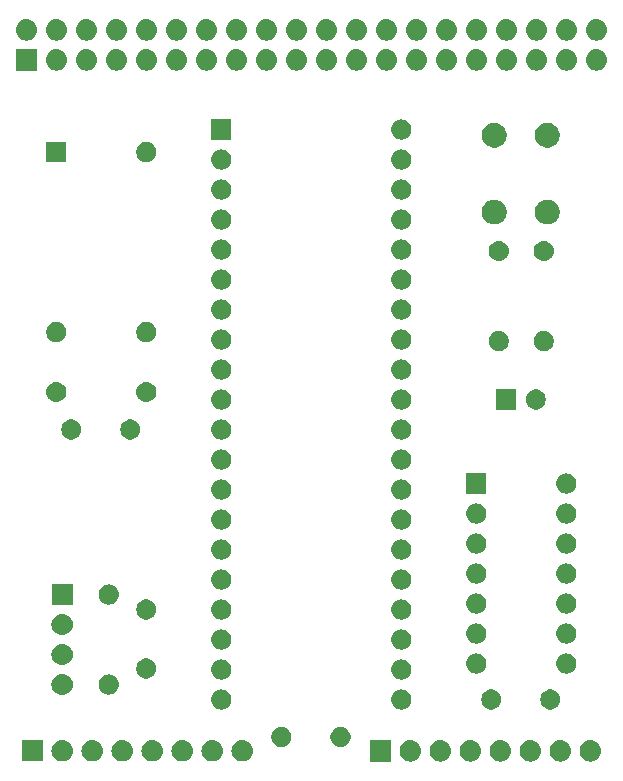
<source format=gts>
%TF.GenerationSoftware,KiCad,Pcbnew,(5.0.1)-3*%
%TF.CreationDate,2018-11-22T17:32:38+01:00*%
%TF.ProjectId,S80 Processor,5338302050726F636573736F722E6B69,2.0*%
%TF.SameCoordinates,Original*%
%TF.FileFunction,Soldermask,Top*%
%TF.FilePolarity,Negative*%
%FSLAX46Y46*%
G04 Gerber Fmt 4.6, Leading zero omitted, Abs format (unit mm)*
G04 Created by KiCad (PCBNEW (5.0.1)-3) date 22/11/2018 17:32:38*
%MOMM*%
%LPD*%
G01*
G04 APERTURE LIST*
%ADD10C,0.150000*%
G04 APERTURE END LIST*
D10*
G36*
X112703668Y-96173253D02*
X112873465Y-96224761D01*
X113029958Y-96308408D01*
X113167124Y-96420976D01*
X113279692Y-96558142D01*
X113363339Y-96714635D01*
X113414847Y-96884432D01*
X113432239Y-97061020D01*
X113414847Y-97237608D01*
X113363339Y-97407405D01*
X113279692Y-97563898D01*
X113167124Y-97701064D01*
X113029958Y-97813632D01*
X112873465Y-97897279D01*
X112703668Y-97948787D01*
X112571339Y-97961820D01*
X112482821Y-97961820D01*
X112350492Y-97948787D01*
X112180695Y-97897279D01*
X112024202Y-97813632D01*
X111887036Y-97701064D01*
X111774468Y-97563898D01*
X111690821Y-97407405D01*
X111639313Y-97237608D01*
X111621921Y-97061020D01*
X111639313Y-96884432D01*
X111690821Y-96714635D01*
X111774468Y-96558142D01*
X111887036Y-96420976D01*
X112024202Y-96308408D01*
X112180695Y-96224761D01*
X112350492Y-96173253D01*
X112482821Y-96160220D01*
X112571339Y-96160220D01*
X112703668Y-96173253D01*
X112703668Y-96173253D01*
G37*
G36*
X125403668Y-96173253D02*
X125573465Y-96224761D01*
X125729958Y-96308408D01*
X125867124Y-96420976D01*
X125979692Y-96558142D01*
X126063339Y-96714635D01*
X126114847Y-96884432D01*
X126132239Y-97061020D01*
X126114847Y-97237608D01*
X126063339Y-97407405D01*
X125979692Y-97563898D01*
X125867124Y-97701064D01*
X125729958Y-97813632D01*
X125573465Y-97897279D01*
X125403668Y-97948787D01*
X125271339Y-97961820D01*
X125182821Y-97961820D01*
X125050492Y-97948787D01*
X124880695Y-97897279D01*
X124724202Y-97813632D01*
X124587036Y-97701064D01*
X124474468Y-97563898D01*
X124390821Y-97407405D01*
X124339313Y-97237608D01*
X124321921Y-97061020D01*
X124339313Y-96884432D01*
X124390821Y-96714635D01*
X124474468Y-96558142D01*
X124587036Y-96420976D01*
X124724202Y-96308408D01*
X124880695Y-96224761D01*
X125050492Y-96173253D01*
X125182821Y-96160220D01*
X125271339Y-96160220D01*
X125403668Y-96173253D01*
X125403668Y-96173253D01*
G37*
G36*
X127943668Y-96173253D02*
X128113465Y-96224761D01*
X128269958Y-96308408D01*
X128407124Y-96420976D01*
X128519692Y-96558142D01*
X128603339Y-96714635D01*
X128654847Y-96884432D01*
X128672239Y-97061020D01*
X128654847Y-97237608D01*
X128603339Y-97407405D01*
X128519692Y-97563898D01*
X128407124Y-97701064D01*
X128269958Y-97813632D01*
X128113465Y-97897279D01*
X127943668Y-97948787D01*
X127811339Y-97961820D01*
X127722821Y-97961820D01*
X127590492Y-97948787D01*
X127420695Y-97897279D01*
X127264202Y-97813632D01*
X127127036Y-97701064D01*
X127014468Y-97563898D01*
X126930821Y-97407405D01*
X126879313Y-97237608D01*
X126861921Y-97061020D01*
X126879313Y-96884432D01*
X126930821Y-96714635D01*
X127014468Y-96558142D01*
X127127036Y-96420976D01*
X127264202Y-96308408D01*
X127420695Y-96224761D01*
X127590492Y-96173253D01*
X127722821Y-96160220D01*
X127811339Y-96160220D01*
X127943668Y-96173253D01*
X127943668Y-96173253D01*
G37*
G36*
X122863668Y-96173253D02*
X123033465Y-96224761D01*
X123189958Y-96308408D01*
X123327124Y-96420976D01*
X123439692Y-96558142D01*
X123523339Y-96714635D01*
X123574847Y-96884432D01*
X123592239Y-97061020D01*
X123574847Y-97237608D01*
X123523339Y-97407405D01*
X123439692Y-97563898D01*
X123327124Y-97701064D01*
X123189958Y-97813632D01*
X123033465Y-97897279D01*
X122863668Y-97948787D01*
X122731339Y-97961820D01*
X122642821Y-97961820D01*
X122510492Y-97948787D01*
X122340695Y-97897279D01*
X122184202Y-97813632D01*
X122047036Y-97701064D01*
X121934468Y-97563898D01*
X121850821Y-97407405D01*
X121799313Y-97237608D01*
X121781921Y-97061020D01*
X121799313Y-96884432D01*
X121850821Y-96714635D01*
X121934468Y-96558142D01*
X122047036Y-96420976D01*
X122184202Y-96308408D01*
X122340695Y-96224761D01*
X122510492Y-96173253D01*
X122642821Y-96160220D01*
X122731339Y-96160220D01*
X122863668Y-96173253D01*
X122863668Y-96173253D01*
G37*
G36*
X120323668Y-96173253D02*
X120493465Y-96224761D01*
X120649958Y-96308408D01*
X120787124Y-96420976D01*
X120899692Y-96558142D01*
X120983339Y-96714635D01*
X121034847Y-96884432D01*
X121052239Y-97061020D01*
X121034847Y-97237608D01*
X120983339Y-97407405D01*
X120899692Y-97563898D01*
X120787124Y-97701064D01*
X120649958Y-97813632D01*
X120493465Y-97897279D01*
X120323668Y-97948787D01*
X120191339Y-97961820D01*
X120102821Y-97961820D01*
X119970492Y-97948787D01*
X119800695Y-97897279D01*
X119644202Y-97813632D01*
X119507036Y-97701064D01*
X119394468Y-97563898D01*
X119310821Y-97407405D01*
X119259313Y-97237608D01*
X119241921Y-97061020D01*
X119259313Y-96884432D01*
X119310821Y-96714635D01*
X119394468Y-96558142D01*
X119507036Y-96420976D01*
X119644202Y-96308408D01*
X119800695Y-96224761D01*
X119970492Y-96173253D01*
X120102821Y-96160220D01*
X120191339Y-96160220D01*
X120323668Y-96173253D01*
X120323668Y-96173253D01*
G37*
G36*
X115243668Y-96173253D02*
X115413465Y-96224761D01*
X115569958Y-96308408D01*
X115707124Y-96420976D01*
X115819692Y-96558142D01*
X115903339Y-96714635D01*
X115954847Y-96884432D01*
X115972239Y-97061020D01*
X115954847Y-97237608D01*
X115903339Y-97407405D01*
X115819692Y-97563898D01*
X115707124Y-97701064D01*
X115569958Y-97813632D01*
X115413465Y-97897279D01*
X115243668Y-97948787D01*
X115111339Y-97961820D01*
X115022821Y-97961820D01*
X114890492Y-97948787D01*
X114720695Y-97897279D01*
X114564202Y-97813632D01*
X114427036Y-97701064D01*
X114314468Y-97563898D01*
X114230821Y-97407405D01*
X114179313Y-97237608D01*
X114161921Y-97061020D01*
X114179313Y-96884432D01*
X114230821Y-96714635D01*
X114314468Y-96558142D01*
X114427036Y-96420976D01*
X114564202Y-96308408D01*
X114720695Y-96224761D01*
X114890492Y-96173253D01*
X115022821Y-96160220D01*
X115111339Y-96160220D01*
X115243668Y-96173253D01*
X115243668Y-96173253D01*
G37*
G36*
X117783668Y-96173253D02*
X117953465Y-96224761D01*
X118109958Y-96308408D01*
X118247124Y-96420976D01*
X118359692Y-96558142D01*
X118443339Y-96714635D01*
X118494847Y-96884432D01*
X118512239Y-97061020D01*
X118494847Y-97237608D01*
X118443339Y-97407405D01*
X118359692Y-97563898D01*
X118247124Y-97701064D01*
X118109958Y-97813632D01*
X117953465Y-97897279D01*
X117783668Y-97948787D01*
X117651339Y-97961820D01*
X117562821Y-97961820D01*
X117430492Y-97948787D01*
X117260695Y-97897279D01*
X117104202Y-97813632D01*
X116967036Y-97701064D01*
X116854468Y-97563898D01*
X116770821Y-97407405D01*
X116719313Y-97237608D01*
X116701921Y-97061020D01*
X116719313Y-96884432D01*
X116770821Y-96714635D01*
X116854468Y-96558142D01*
X116967036Y-96420976D01*
X117104202Y-96308408D01*
X117260695Y-96224761D01*
X117430492Y-96173253D01*
X117562821Y-96160220D01*
X117651339Y-96160220D01*
X117783668Y-96173253D01*
X117783668Y-96173253D01*
G37*
G36*
X110887880Y-97961820D02*
X109086280Y-97961820D01*
X109086280Y-96160220D01*
X110887880Y-96160220D01*
X110887880Y-97961820D01*
X110887880Y-97961820D01*
G37*
G36*
X81411180Y-97954200D02*
X79609580Y-97954200D01*
X79609580Y-96152600D01*
X81411180Y-96152600D01*
X81411180Y-97954200D01*
X81411180Y-97954200D01*
G37*
G36*
X83226968Y-96165633D02*
X83396765Y-96217141D01*
X83553258Y-96300788D01*
X83690424Y-96413356D01*
X83802992Y-96550522D01*
X83886639Y-96707015D01*
X83938147Y-96876812D01*
X83955539Y-97053400D01*
X83938147Y-97229988D01*
X83886639Y-97399785D01*
X83802992Y-97556278D01*
X83690424Y-97693444D01*
X83553258Y-97806012D01*
X83396765Y-97889659D01*
X83226968Y-97941167D01*
X83094639Y-97954200D01*
X83006121Y-97954200D01*
X82873792Y-97941167D01*
X82703995Y-97889659D01*
X82547502Y-97806012D01*
X82410336Y-97693444D01*
X82297768Y-97556278D01*
X82214121Y-97399785D01*
X82162613Y-97229988D01*
X82145221Y-97053400D01*
X82162613Y-96876812D01*
X82214121Y-96707015D01*
X82297768Y-96550522D01*
X82410336Y-96413356D01*
X82547502Y-96300788D01*
X82703995Y-96217141D01*
X82873792Y-96165633D01*
X83006121Y-96152600D01*
X83094639Y-96152600D01*
X83226968Y-96165633D01*
X83226968Y-96165633D01*
G37*
G36*
X85766968Y-96165633D02*
X85936765Y-96217141D01*
X86093258Y-96300788D01*
X86230424Y-96413356D01*
X86342992Y-96550522D01*
X86426639Y-96707015D01*
X86478147Y-96876812D01*
X86495539Y-97053400D01*
X86478147Y-97229988D01*
X86426639Y-97399785D01*
X86342992Y-97556278D01*
X86230424Y-97693444D01*
X86093258Y-97806012D01*
X85936765Y-97889659D01*
X85766968Y-97941167D01*
X85634639Y-97954200D01*
X85546121Y-97954200D01*
X85413792Y-97941167D01*
X85243995Y-97889659D01*
X85087502Y-97806012D01*
X84950336Y-97693444D01*
X84837768Y-97556278D01*
X84754121Y-97399785D01*
X84702613Y-97229988D01*
X84685221Y-97053400D01*
X84702613Y-96876812D01*
X84754121Y-96707015D01*
X84837768Y-96550522D01*
X84950336Y-96413356D01*
X85087502Y-96300788D01*
X85243995Y-96217141D01*
X85413792Y-96165633D01*
X85546121Y-96152600D01*
X85634639Y-96152600D01*
X85766968Y-96165633D01*
X85766968Y-96165633D01*
G37*
G36*
X88306968Y-96165633D02*
X88476765Y-96217141D01*
X88633258Y-96300788D01*
X88770424Y-96413356D01*
X88882992Y-96550522D01*
X88966639Y-96707015D01*
X89018147Y-96876812D01*
X89035539Y-97053400D01*
X89018147Y-97229988D01*
X88966639Y-97399785D01*
X88882992Y-97556278D01*
X88770424Y-97693444D01*
X88633258Y-97806012D01*
X88476765Y-97889659D01*
X88306968Y-97941167D01*
X88174639Y-97954200D01*
X88086121Y-97954200D01*
X87953792Y-97941167D01*
X87783995Y-97889659D01*
X87627502Y-97806012D01*
X87490336Y-97693444D01*
X87377768Y-97556278D01*
X87294121Y-97399785D01*
X87242613Y-97229988D01*
X87225221Y-97053400D01*
X87242613Y-96876812D01*
X87294121Y-96707015D01*
X87377768Y-96550522D01*
X87490336Y-96413356D01*
X87627502Y-96300788D01*
X87783995Y-96217141D01*
X87953792Y-96165633D01*
X88086121Y-96152600D01*
X88174639Y-96152600D01*
X88306968Y-96165633D01*
X88306968Y-96165633D01*
G37*
G36*
X93386968Y-96165633D02*
X93556765Y-96217141D01*
X93713258Y-96300788D01*
X93850424Y-96413356D01*
X93962992Y-96550522D01*
X94046639Y-96707015D01*
X94098147Y-96876812D01*
X94115539Y-97053400D01*
X94098147Y-97229988D01*
X94046639Y-97399785D01*
X93962992Y-97556278D01*
X93850424Y-97693444D01*
X93713258Y-97806012D01*
X93556765Y-97889659D01*
X93386968Y-97941167D01*
X93254639Y-97954200D01*
X93166121Y-97954200D01*
X93033792Y-97941167D01*
X92863995Y-97889659D01*
X92707502Y-97806012D01*
X92570336Y-97693444D01*
X92457768Y-97556278D01*
X92374121Y-97399785D01*
X92322613Y-97229988D01*
X92305221Y-97053400D01*
X92322613Y-96876812D01*
X92374121Y-96707015D01*
X92457768Y-96550522D01*
X92570336Y-96413356D01*
X92707502Y-96300788D01*
X92863995Y-96217141D01*
X93033792Y-96165633D01*
X93166121Y-96152600D01*
X93254639Y-96152600D01*
X93386968Y-96165633D01*
X93386968Y-96165633D01*
G37*
G36*
X90846968Y-96165633D02*
X91016765Y-96217141D01*
X91173258Y-96300788D01*
X91310424Y-96413356D01*
X91422992Y-96550522D01*
X91506639Y-96707015D01*
X91558147Y-96876812D01*
X91575539Y-97053400D01*
X91558147Y-97229988D01*
X91506639Y-97399785D01*
X91422992Y-97556278D01*
X91310424Y-97693444D01*
X91173258Y-97806012D01*
X91016765Y-97889659D01*
X90846968Y-97941167D01*
X90714639Y-97954200D01*
X90626121Y-97954200D01*
X90493792Y-97941167D01*
X90323995Y-97889659D01*
X90167502Y-97806012D01*
X90030336Y-97693444D01*
X89917768Y-97556278D01*
X89834121Y-97399785D01*
X89782613Y-97229988D01*
X89765221Y-97053400D01*
X89782613Y-96876812D01*
X89834121Y-96707015D01*
X89917768Y-96550522D01*
X90030336Y-96413356D01*
X90167502Y-96300788D01*
X90323995Y-96217141D01*
X90493792Y-96165633D01*
X90626121Y-96152600D01*
X90714639Y-96152600D01*
X90846968Y-96165633D01*
X90846968Y-96165633D01*
G37*
G36*
X98466968Y-96165633D02*
X98636765Y-96217141D01*
X98793258Y-96300788D01*
X98930424Y-96413356D01*
X99042992Y-96550522D01*
X99126639Y-96707015D01*
X99178147Y-96876812D01*
X99195539Y-97053400D01*
X99178147Y-97229988D01*
X99126639Y-97399785D01*
X99042992Y-97556278D01*
X98930424Y-97693444D01*
X98793258Y-97806012D01*
X98636765Y-97889659D01*
X98466968Y-97941167D01*
X98334639Y-97954200D01*
X98246121Y-97954200D01*
X98113792Y-97941167D01*
X97943995Y-97889659D01*
X97787502Y-97806012D01*
X97650336Y-97693444D01*
X97537768Y-97556278D01*
X97454121Y-97399785D01*
X97402613Y-97229988D01*
X97385221Y-97053400D01*
X97402613Y-96876812D01*
X97454121Y-96707015D01*
X97537768Y-96550522D01*
X97650336Y-96413356D01*
X97787502Y-96300788D01*
X97943995Y-96217141D01*
X98113792Y-96165633D01*
X98246121Y-96152600D01*
X98334639Y-96152600D01*
X98466968Y-96165633D01*
X98466968Y-96165633D01*
G37*
G36*
X95926968Y-96165633D02*
X96096765Y-96217141D01*
X96253258Y-96300788D01*
X96390424Y-96413356D01*
X96502992Y-96550522D01*
X96586639Y-96707015D01*
X96638147Y-96876812D01*
X96655539Y-97053400D01*
X96638147Y-97229988D01*
X96586639Y-97399785D01*
X96502992Y-97556278D01*
X96390424Y-97693444D01*
X96253258Y-97806012D01*
X96096765Y-97889659D01*
X95926968Y-97941167D01*
X95794639Y-97954200D01*
X95706121Y-97954200D01*
X95573792Y-97941167D01*
X95403995Y-97889659D01*
X95247502Y-97806012D01*
X95110336Y-97693444D01*
X94997768Y-97556278D01*
X94914121Y-97399785D01*
X94862613Y-97229988D01*
X94845221Y-97053400D01*
X94862613Y-96876812D01*
X94914121Y-96707015D01*
X94997768Y-96550522D01*
X95110336Y-96413356D01*
X95247502Y-96300788D01*
X95403995Y-96217141D01*
X95573792Y-96165633D01*
X95706121Y-96152600D01*
X95794639Y-96152600D01*
X95926968Y-96165633D01*
X95926968Y-96165633D01*
G37*
G36*
X101862129Y-95066895D02*
X102016965Y-95131031D01*
X102156314Y-95224140D01*
X102274820Y-95342646D01*
X102367929Y-95481995D01*
X102432065Y-95636831D01*
X102464760Y-95801203D01*
X102464760Y-95968797D01*
X102432065Y-96133169D01*
X102367929Y-96288005D01*
X102274820Y-96427354D01*
X102156314Y-96545860D01*
X102016965Y-96638969D01*
X101862129Y-96703105D01*
X101697757Y-96735800D01*
X101530163Y-96735800D01*
X101365791Y-96703105D01*
X101210955Y-96638969D01*
X101071606Y-96545860D01*
X100953100Y-96427354D01*
X100859991Y-96288005D01*
X100795855Y-96133169D01*
X100763160Y-95968797D01*
X100763160Y-95801203D01*
X100795855Y-95636831D01*
X100859991Y-95481995D01*
X100953100Y-95342646D01*
X101071606Y-95224140D01*
X101210955Y-95131031D01*
X101365791Y-95066895D01*
X101530163Y-95034200D01*
X101697757Y-95034200D01*
X101862129Y-95066895D01*
X101862129Y-95066895D01*
G37*
G36*
X106862129Y-95066895D02*
X107016965Y-95131031D01*
X107156314Y-95224140D01*
X107274820Y-95342646D01*
X107367929Y-95481995D01*
X107432065Y-95636831D01*
X107464760Y-95801203D01*
X107464760Y-95968797D01*
X107432065Y-96133169D01*
X107367929Y-96288005D01*
X107274820Y-96427354D01*
X107156314Y-96545860D01*
X107016965Y-96638969D01*
X106862129Y-96703105D01*
X106697757Y-96735800D01*
X106530163Y-96735800D01*
X106365791Y-96703105D01*
X106210955Y-96638969D01*
X106071606Y-96545860D01*
X105953100Y-96427354D01*
X105859991Y-96288005D01*
X105795855Y-96133169D01*
X105763160Y-95968797D01*
X105763160Y-95801203D01*
X105795855Y-95636831D01*
X105859991Y-95481995D01*
X105953100Y-95342646D01*
X106071606Y-95224140D01*
X106210955Y-95131031D01*
X106365791Y-95066895D01*
X106530163Y-95034200D01*
X106697757Y-95034200D01*
X106862129Y-95066895D01*
X106862129Y-95066895D01*
G37*
G36*
X124628169Y-91891895D02*
X124783005Y-91956031D01*
X124922354Y-92049140D01*
X125040860Y-92167646D01*
X125133969Y-92306995D01*
X125198105Y-92461831D01*
X125230800Y-92626203D01*
X125230800Y-92793797D01*
X125198105Y-92958169D01*
X125133969Y-93113005D01*
X125040860Y-93252354D01*
X124922354Y-93370860D01*
X124783005Y-93463969D01*
X124628169Y-93528105D01*
X124463797Y-93560800D01*
X124296203Y-93560800D01*
X124131831Y-93528105D01*
X123976995Y-93463969D01*
X123837646Y-93370860D01*
X123719140Y-93252354D01*
X123626031Y-93113005D01*
X123561895Y-92958169D01*
X123529200Y-92793797D01*
X123529200Y-92626203D01*
X123561895Y-92461831D01*
X123626031Y-92306995D01*
X123719140Y-92167646D01*
X123837646Y-92049140D01*
X123976995Y-91956031D01*
X124131831Y-91891895D01*
X124296203Y-91859200D01*
X124463797Y-91859200D01*
X124628169Y-91891895D01*
X124628169Y-91891895D01*
G37*
G36*
X119628169Y-91891895D02*
X119783005Y-91956031D01*
X119922354Y-92049140D01*
X120040860Y-92167646D01*
X120133969Y-92306995D01*
X120198105Y-92461831D01*
X120230800Y-92626203D01*
X120230800Y-92793797D01*
X120198105Y-92958169D01*
X120133969Y-93113005D01*
X120040860Y-93252354D01*
X119922354Y-93370860D01*
X119783005Y-93463969D01*
X119628169Y-93528105D01*
X119463797Y-93560800D01*
X119296203Y-93560800D01*
X119131831Y-93528105D01*
X118976995Y-93463969D01*
X118837646Y-93370860D01*
X118719140Y-93252354D01*
X118626031Y-93113005D01*
X118561895Y-92958169D01*
X118529200Y-92793797D01*
X118529200Y-92626203D01*
X118561895Y-92461831D01*
X118626031Y-92306995D01*
X118719140Y-92167646D01*
X118837646Y-92049140D01*
X118976995Y-91956031D01*
X119131831Y-91891895D01*
X119296203Y-91859200D01*
X119463797Y-91859200D01*
X119628169Y-91891895D01*
X119628169Y-91891895D01*
G37*
G36*
X111926785Y-91871510D02*
X112087161Y-91920160D01*
X112234966Y-91999163D01*
X112364517Y-92105483D01*
X112470837Y-92235034D01*
X112549840Y-92382839D01*
X112598490Y-92543214D01*
X112614917Y-92710000D01*
X112598490Y-92876786D01*
X112549840Y-93037161D01*
X112470837Y-93184966D01*
X112364517Y-93314517D01*
X112234966Y-93420837D01*
X112087161Y-93499840D01*
X111926785Y-93548490D01*
X111801801Y-93560800D01*
X111718199Y-93560800D01*
X111593215Y-93548490D01*
X111432839Y-93499840D01*
X111285034Y-93420837D01*
X111155483Y-93314517D01*
X111049163Y-93184966D01*
X110970160Y-93037161D01*
X110921510Y-92876786D01*
X110905083Y-92710000D01*
X110921510Y-92543214D01*
X110970160Y-92382839D01*
X111049163Y-92235034D01*
X111155483Y-92105483D01*
X111285034Y-91999163D01*
X111432839Y-91920160D01*
X111593215Y-91871510D01*
X111718199Y-91859200D01*
X111801801Y-91859200D01*
X111926785Y-91871510D01*
X111926785Y-91871510D01*
G37*
G36*
X96686785Y-91871510D02*
X96847161Y-91920160D01*
X96994966Y-91999163D01*
X97124517Y-92105483D01*
X97230837Y-92235034D01*
X97309840Y-92382839D01*
X97358490Y-92543214D01*
X97374917Y-92710000D01*
X97358490Y-92876786D01*
X97309840Y-93037161D01*
X97230837Y-93184966D01*
X97124517Y-93314517D01*
X96994966Y-93420837D01*
X96847161Y-93499840D01*
X96686785Y-93548490D01*
X96561801Y-93560800D01*
X96478199Y-93560800D01*
X96353215Y-93548490D01*
X96192839Y-93499840D01*
X96045034Y-93420837D01*
X95915483Y-93314517D01*
X95809163Y-93184966D01*
X95730160Y-93037161D01*
X95681510Y-92876786D01*
X95665083Y-92710000D01*
X95681510Y-92543214D01*
X95730160Y-92382839D01*
X95809163Y-92235034D01*
X95915483Y-92105483D01*
X96045034Y-91999163D01*
X96192839Y-91920160D01*
X96353215Y-91871510D01*
X96478199Y-91859200D01*
X96561801Y-91859200D01*
X96686785Y-91871510D01*
X96686785Y-91871510D01*
G37*
G36*
X83226968Y-90552233D02*
X83396765Y-90603741D01*
X83553258Y-90687388D01*
X83690424Y-90799956D01*
X83802992Y-90937122D01*
X83886639Y-91093615D01*
X83938147Y-91263412D01*
X83955539Y-91440000D01*
X83938147Y-91616588D01*
X83886639Y-91786385D01*
X83802992Y-91942878D01*
X83690424Y-92080044D01*
X83553258Y-92192612D01*
X83396765Y-92276259D01*
X83226968Y-92327767D01*
X83094639Y-92340800D01*
X83006121Y-92340800D01*
X82873792Y-92327767D01*
X82703995Y-92276259D01*
X82547502Y-92192612D01*
X82410336Y-92080044D01*
X82297768Y-91942878D01*
X82214121Y-91786385D01*
X82162613Y-91616588D01*
X82145221Y-91440000D01*
X82162613Y-91263412D01*
X82214121Y-91093615D01*
X82297768Y-90937122D01*
X82410336Y-90799956D01*
X82547502Y-90687388D01*
X82703995Y-90603741D01*
X82873792Y-90552233D01*
X83006121Y-90539200D01*
X83094639Y-90539200D01*
X83226968Y-90552233D01*
X83226968Y-90552233D01*
G37*
G36*
X87161785Y-90601510D02*
X87322161Y-90650160D01*
X87469966Y-90729163D01*
X87599517Y-90835483D01*
X87705837Y-90965034D01*
X87784840Y-91112839D01*
X87833490Y-91273214D01*
X87849917Y-91440000D01*
X87833490Y-91606786D01*
X87784840Y-91767161D01*
X87705837Y-91914966D01*
X87599517Y-92044517D01*
X87469966Y-92150837D01*
X87322161Y-92229840D01*
X87161785Y-92278490D01*
X87036801Y-92290800D01*
X86953199Y-92290800D01*
X86828215Y-92278490D01*
X86667839Y-92229840D01*
X86520034Y-92150837D01*
X86390483Y-92044517D01*
X86284163Y-91914966D01*
X86205160Y-91767161D01*
X86156510Y-91606786D01*
X86140083Y-91440000D01*
X86156510Y-91273214D01*
X86205160Y-91112839D01*
X86284163Y-90965034D01*
X86390483Y-90835483D01*
X86520034Y-90729163D01*
X86667839Y-90650160D01*
X86828215Y-90601510D01*
X86953199Y-90589200D01*
X87036801Y-90589200D01*
X87161785Y-90601510D01*
X87161785Y-90601510D01*
G37*
G36*
X96686785Y-89331510D02*
X96847161Y-89380160D01*
X96994966Y-89459163D01*
X97124517Y-89565483D01*
X97230837Y-89695034D01*
X97309840Y-89842839D01*
X97358490Y-90003214D01*
X97374917Y-90170000D01*
X97358490Y-90336786D01*
X97309840Y-90497161D01*
X97230837Y-90644966D01*
X97124517Y-90774517D01*
X96994966Y-90880837D01*
X96847161Y-90959840D01*
X96686785Y-91008490D01*
X96561801Y-91020800D01*
X96478199Y-91020800D01*
X96353215Y-91008490D01*
X96192839Y-90959840D01*
X96045034Y-90880837D01*
X95915483Y-90774517D01*
X95809163Y-90644966D01*
X95730160Y-90497161D01*
X95681510Y-90336786D01*
X95665083Y-90170000D01*
X95681510Y-90003214D01*
X95730160Y-89842839D01*
X95809163Y-89695034D01*
X95915483Y-89565483D01*
X96045034Y-89459163D01*
X96192839Y-89380160D01*
X96353215Y-89331510D01*
X96478199Y-89319200D01*
X96561801Y-89319200D01*
X96686785Y-89331510D01*
X96686785Y-89331510D01*
G37*
G36*
X111926785Y-89331510D02*
X112087161Y-89380160D01*
X112234966Y-89459163D01*
X112364517Y-89565483D01*
X112470837Y-89695034D01*
X112549840Y-89842839D01*
X112598490Y-90003214D01*
X112614917Y-90170000D01*
X112598490Y-90336786D01*
X112549840Y-90497161D01*
X112470837Y-90644966D01*
X112364517Y-90774517D01*
X112234966Y-90880837D01*
X112087161Y-90959840D01*
X111926785Y-91008490D01*
X111801801Y-91020800D01*
X111718199Y-91020800D01*
X111593215Y-91008490D01*
X111432839Y-90959840D01*
X111285034Y-90880837D01*
X111155483Y-90774517D01*
X111049163Y-90644966D01*
X110970160Y-90497161D01*
X110921510Y-90336786D01*
X110905083Y-90170000D01*
X110921510Y-90003214D01*
X110970160Y-89842839D01*
X111049163Y-89695034D01*
X111155483Y-89565483D01*
X111285034Y-89459163D01*
X111432839Y-89380160D01*
X111593215Y-89331510D01*
X111718199Y-89319200D01*
X111801801Y-89319200D01*
X111926785Y-89331510D01*
X111926785Y-89331510D01*
G37*
G36*
X90418169Y-89271895D02*
X90573005Y-89336031D01*
X90712354Y-89429140D01*
X90830860Y-89547646D01*
X90923969Y-89686995D01*
X90988105Y-89841831D01*
X91020800Y-90006203D01*
X91020800Y-90173797D01*
X90988105Y-90338169D01*
X90923969Y-90493005D01*
X90830860Y-90632354D01*
X90712354Y-90750860D01*
X90573005Y-90843969D01*
X90418169Y-90908105D01*
X90253797Y-90940800D01*
X90086203Y-90940800D01*
X89921831Y-90908105D01*
X89766995Y-90843969D01*
X89627646Y-90750860D01*
X89509140Y-90632354D01*
X89416031Y-90493005D01*
X89351895Y-90338169D01*
X89319200Y-90173797D01*
X89319200Y-90006203D01*
X89351895Y-89841831D01*
X89416031Y-89686995D01*
X89509140Y-89547646D01*
X89627646Y-89429140D01*
X89766995Y-89336031D01*
X89921831Y-89271895D01*
X90086203Y-89239200D01*
X90253797Y-89239200D01*
X90418169Y-89271895D01*
X90418169Y-89271895D01*
G37*
G36*
X125896785Y-88823510D02*
X126057161Y-88872160D01*
X126204966Y-88951163D01*
X126334517Y-89057483D01*
X126440837Y-89187034D01*
X126519840Y-89334839D01*
X126568490Y-89495214D01*
X126584917Y-89662000D01*
X126568490Y-89828786D01*
X126519840Y-89989161D01*
X126440837Y-90136966D01*
X126334517Y-90266517D01*
X126204966Y-90372837D01*
X126057161Y-90451840D01*
X125896785Y-90500490D01*
X125771801Y-90512800D01*
X125688199Y-90512800D01*
X125563215Y-90500490D01*
X125402839Y-90451840D01*
X125255034Y-90372837D01*
X125125483Y-90266517D01*
X125019163Y-90136966D01*
X124940160Y-89989161D01*
X124891510Y-89828786D01*
X124875083Y-89662000D01*
X124891510Y-89495214D01*
X124940160Y-89334839D01*
X125019163Y-89187034D01*
X125125483Y-89057483D01*
X125255034Y-88951163D01*
X125402839Y-88872160D01*
X125563215Y-88823510D01*
X125688199Y-88811200D01*
X125771801Y-88811200D01*
X125896785Y-88823510D01*
X125896785Y-88823510D01*
G37*
G36*
X118276785Y-88823510D02*
X118437161Y-88872160D01*
X118584966Y-88951163D01*
X118714517Y-89057483D01*
X118820837Y-89187034D01*
X118899840Y-89334839D01*
X118948490Y-89495214D01*
X118964917Y-89662000D01*
X118948490Y-89828786D01*
X118899840Y-89989161D01*
X118820837Y-90136966D01*
X118714517Y-90266517D01*
X118584966Y-90372837D01*
X118437161Y-90451840D01*
X118276785Y-90500490D01*
X118151801Y-90512800D01*
X118068199Y-90512800D01*
X117943215Y-90500490D01*
X117782839Y-90451840D01*
X117635034Y-90372837D01*
X117505483Y-90266517D01*
X117399163Y-90136966D01*
X117320160Y-89989161D01*
X117271510Y-89828786D01*
X117255083Y-89662000D01*
X117271510Y-89495214D01*
X117320160Y-89334839D01*
X117399163Y-89187034D01*
X117505483Y-89057483D01*
X117635034Y-88951163D01*
X117782839Y-88872160D01*
X117943215Y-88823510D01*
X118068199Y-88811200D01*
X118151801Y-88811200D01*
X118276785Y-88823510D01*
X118276785Y-88823510D01*
G37*
G36*
X83226968Y-88012233D02*
X83396765Y-88063741D01*
X83553258Y-88147388D01*
X83690424Y-88259956D01*
X83802992Y-88397122D01*
X83886639Y-88553615D01*
X83938147Y-88723412D01*
X83955539Y-88900000D01*
X83938147Y-89076588D01*
X83886639Y-89246385D01*
X83802992Y-89402878D01*
X83690424Y-89540044D01*
X83553258Y-89652612D01*
X83396765Y-89736259D01*
X83226968Y-89787767D01*
X83094639Y-89800800D01*
X83006121Y-89800800D01*
X82873792Y-89787767D01*
X82703995Y-89736259D01*
X82547502Y-89652612D01*
X82410336Y-89540044D01*
X82297768Y-89402878D01*
X82214121Y-89246385D01*
X82162613Y-89076588D01*
X82145221Y-88900000D01*
X82162613Y-88723412D01*
X82214121Y-88553615D01*
X82297768Y-88397122D01*
X82410336Y-88259956D01*
X82547502Y-88147388D01*
X82703995Y-88063741D01*
X82873792Y-88012233D01*
X83006121Y-87999200D01*
X83094639Y-87999200D01*
X83226968Y-88012233D01*
X83226968Y-88012233D01*
G37*
G36*
X111926785Y-86791510D02*
X112087161Y-86840160D01*
X112234966Y-86919163D01*
X112364517Y-87025483D01*
X112470837Y-87155034D01*
X112549840Y-87302839D01*
X112598490Y-87463214D01*
X112614917Y-87630000D01*
X112598490Y-87796786D01*
X112549840Y-87957161D01*
X112470837Y-88104966D01*
X112364517Y-88234517D01*
X112234966Y-88340837D01*
X112087161Y-88419840D01*
X111926785Y-88468490D01*
X111801801Y-88480800D01*
X111718199Y-88480800D01*
X111593215Y-88468490D01*
X111432839Y-88419840D01*
X111285034Y-88340837D01*
X111155483Y-88234517D01*
X111049163Y-88104966D01*
X110970160Y-87957161D01*
X110921510Y-87796786D01*
X110905083Y-87630000D01*
X110921510Y-87463214D01*
X110970160Y-87302839D01*
X111049163Y-87155034D01*
X111155483Y-87025483D01*
X111285034Y-86919163D01*
X111432839Y-86840160D01*
X111593215Y-86791510D01*
X111718199Y-86779200D01*
X111801801Y-86779200D01*
X111926785Y-86791510D01*
X111926785Y-86791510D01*
G37*
G36*
X96686785Y-86791510D02*
X96847161Y-86840160D01*
X96994966Y-86919163D01*
X97124517Y-87025483D01*
X97230837Y-87155034D01*
X97309840Y-87302839D01*
X97358490Y-87463214D01*
X97374917Y-87630000D01*
X97358490Y-87796786D01*
X97309840Y-87957161D01*
X97230837Y-88104966D01*
X97124517Y-88234517D01*
X96994966Y-88340837D01*
X96847161Y-88419840D01*
X96686785Y-88468490D01*
X96561801Y-88480800D01*
X96478199Y-88480800D01*
X96353215Y-88468490D01*
X96192839Y-88419840D01*
X96045034Y-88340837D01*
X95915483Y-88234517D01*
X95809163Y-88104966D01*
X95730160Y-87957161D01*
X95681510Y-87796786D01*
X95665083Y-87630000D01*
X95681510Y-87463214D01*
X95730160Y-87302839D01*
X95809163Y-87155034D01*
X95915483Y-87025483D01*
X96045034Y-86919163D01*
X96192839Y-86840160D01*
X96353215Y-86791510D01*
X96478199Y-86779200D01*
X96561801Y-86779200D01*
X96686785Y-86791510D01*
X96686785Y-86791510D01*
G37*
G36*
X125896785Y-86283510D02*
X126057161Y-86332160D01*
X126204966Y-86411163D01*
X126334517Y-86517483D01*
X126440837Y-86647034D01*
X126519840Y-86794839D01*
X126568490Y-86955214D01*
X126584917Y-87122000D01*
X126568490Y-87288786D01*
X126519840Y-87449161D01*
X126440837Y-87596966D01*
X126334517Y-87726517D01*
X126204966Y-87832837D01*
X126057161Y-87911840D01*
X125896785Y-87960490D01*
X125771801Y-87972800D01*
X125688199Y-87972800D01*
X125563215Y-87960490D01*
X125402839Y-87911840D01*
X125255034Y-87832837D01*
X125125483Y-87726517D01*
X125019163Y-87596966D01*
X124940160Y-87449161D01*
X124891510Y-87288786D01*
X124875083Y-87122000D01*
X124891510Y-86955214D01*
X124940160Y-86794839D01*
X125019163Y-86647034D01*
X125125483Y-86517483D01*
X125255034Y-86411163D01*
X125402839Y-86332160D01*
X125563215Y-86283510D01*
X125688199Y-86271200D01*
X125771801Y-86271200D01*
X125896785Y-86283510D01*
X125896785Y-86283510D01*
G37*
G36*
X118276785Y-86283510D02*
X118437161Y-86332160D01*
X118584966Y-86411163D01*
X118714517Y-86517483D01*
X118820837Y-86647034D01*
X118899840Y-86794839D01*
X118948490Y-86955214D01*
X118964917Y-87122000D01*
X118948490Y-87288786D01*
X118899840Y-87449161D01*
X118820837Y-87596966D01*
X118714517Y-87726517D01*
X118584966Y-87832837D01*
X118437161Y-87911840D01*
X118276785Y-87960490D01*
X118151801Y-87972800D01*
X118068199Y-87972800D01*
X117943215Y-87960490D01*
X117782839Y-87911840D01*
X117635034Y-87832837D01*
X117505483Y-87726517D01*
X117399163Y-87596966D01*
X117320160Y-87449161D01*
X117271510Y-87288786D01*
X117255083Y-87122000D01*
X117271510Y-86955214D01*
X117320160Y-86794839D01*
X117399163Y-86647034D01*
X117505483Y-86517483D01*
X117635034Y-86411163D01*
X117782839Y-86332160D01*
X117943215Y-86283510D01*
X118068199Y-86271200D01*
X118151801Y-86271200D01*
X118276785Y-86283510D01*
X118276785Y-86283510D01*
G37*
G36*
X83226968Y-85472233D02*
X83396765Y-85523741D01*
X83553258Y-85607388D01*
X83690424Y-85719956D01*
X83802992Y-85857122D01*
X83886639Y-86013615D01*
X83938147Y-86183412D01*
X83955539Y-86360000D01*
X83938147Y-86536588D01*
X83886639Y-86706385D01*
X83802992Y-86862878D01*
X83690424Y-87000044D01*
X83553258Y-87112612D01*
X83396765Y-87196259D01*
X83226968Y-87247767D01*
X83094639Y-87260800D01*
X83006121Y-87260800D01*
X82873792Y-87247767D01*
X82703995Y-87196259D01*
X82547502Y-87112612D01*
X82410336Y-87000044D01*
X82297768Y-86862878D01*
X82214121Y-86706385D01*
X82162613Y-86536588D01*
X82145221Y-86360000D01*
X82162613Y-86183412D01*
X82214121Y-86013615D01*
X82297768Y-85857122D01*
X82410336Y-85719956D01*
X82547502Y-85607388D01*
X82703995Y-85523741D01*
X82873792Y-85472233D01*
X83006121Y-85459200D01*
X83094639Y-85459200D01*
X83226968Y-85472233D01*
X83226968Y-85472233D01*
G37*
G36*
X96686785Y-84251510D02*
X96847161Y-84300160D01*
X96994966Y-84379163D01*
X97124517Y-84485483D01*
X97230837Y-84615034D01*
X97309840Y-84762839D01*
X97358490Y-84923214D01*
X97374917Y-85090000D01*
X97358490Y-85256786D01*
X97309840Y-85417161D01*
X97230837Y-85564966D01*
X97124517Y-85694517D01*
X96994966Y-85800837D01*
X96847161Y-85879840D01*
X96686785Y-85928490D01*
X96561801Y-85940800D01*
X96478199Y-85940800D01*
X96353215Y-85928490D01*
X96192839Y-85879840D01*
X96045034Y-85800837D01*
X95915483Y-85694517D01*
X95809163Y-85564966D01*
X95730160Y-85417161D01*
X95681510Y-85256786D01*
X95665083Y-85090000D01*
X95681510Y-84923214D01*
X95730160Y-84762839D01*
X95809163Y-84615034D01*
X95915483Y-84485483D01*
X96045034Y-84379163D01*
X96192839Y-84300160D01*
X96353215Y-84251510D01*
X96478199Y-84239200D01*
X96561801Y-84239200D01*
X96686785Y-84251510D01*
X96686785Y-84251510D01*
G37*
G36*
X90418169Y-84271895D02*
X90573005Y-84336031D01*
X90712354Y-84429140D01*
X90830860Y-84547646D01*
X90923969Y-84686995D01*
X90988105Y-84841831D01*
X91020800Y-85006203D01*
X91020800Y-85173797D01*
X90988105Y-85338169D01*
X90923969Y-85493005D01*
X90830860Y-85632354D01*
X90712354Y-85750860D01*
X90573005Y-85843969D01*
X90418169Y-85908105D01*
X90253797Y-85940800D01*
X90086203Y-85940800D01*
X89921831Y-85908105D01*
X89766995Y-85843969D01*
X89627646Y-85750860D01*
X89509140Y-85632354D01*
X89416031Y-85493005D01*
X89351895Y-85338169D01*
X89319200Y-85173797D01*
X89319200Y-85006203D01*
X89351895Y-84841831D01*
X89416031Y-84686995D01*
X89509140Y-84547646D01*
X89627646Y-84429140D01*
X89766995Y-84336031D01*
X89921831Y-84271895D01*
X90086203Y-84239200D01*
X90253797Y-84239200D01*
X90418169Y-84271895D01*
X90418169Y-84271895D01*
G37*
G36*
X111926785Y-84251510D02*
X112087161Y-84300160D01*
X112234966Y-84379163D01*
X112364517Y-84485483D01*
X112470837Y-84615034D01*
X112549840Y-84762839D01*
X112598490Y-84923214D01*
X112614917Y-85090000D01*
X112598490Y-85256786D01*
X112549840Y-85417161D01*
X112470837Y-85564966D01*
X112364517Y-85694517D01*
X112234966Y-85800837D01*
X112087161Y-85879840D01*
X111926785Y-85928490D01*
X111801801Y-85940800D01*
X111718199Y-85940800D01*
X111593215Y-85928490D01*
X111432839Y-85879840D01*
X111285034Y-85800837D01*
X111155483Y-85694517D01*
X111049163Y-85564966D01*
X110970160Y-85417161D01*
X110921510Y-85256786D01*
X110905083Y-85090000D01*
X110921510Y-84923214D01*
X110970160Y-84762839D01*
X111049163Y-84615034D01*
X111155483Y-84485483D01*
X111285034Y-84379163D01*
X111432839Y-84300160D01*
X111593215Y-84251510D01*
X111718199Y-84239200D01*
X111801801Y-84239200D01*
X111926785Y-84251510D01*
X111926785Y-84251510D01*
G37*
G36*
X118276785Y-83743510D02*
X118437161Y-83792160D01*
X118584966Y-83871163D01*
X118714517Y-83977483D01*
X118820837Y-84107034D01*
X118899840Y-84254839D01*
X118948490Y-84415214D01*
X118964917Y-84582000D01*
X118948490Y-84748786D01*
X118899840Y-84909161D01*
X118820837Y-85056966D01*
X118714517Y-85186517D01*
X118584966Y-85292837D01*
X118437161Y-85371840D01*
X118276785Y-85420490D01*
X118151801Y-85432800D01*
X118068199Y-85432800D01*
X117943215Y-85420490D01*
X117782839Y-85371840D01*
X117635034Y-85292837D01*
X117505483Y-85186517D01*
X117399163Y-85056966D01*
X117320160Y-84909161D01*
X117271510Y-84748786D01*
X117255083Y-84582000D01*
X117271510Y-84415214D01*
X117320160Y-84254839D01*
X117399163Y-84107034D01*
X117505483Y-83977483D01*
X117635034Y-83871163D01*
X117782839Y-83792160D01*
X117943215Y-83743510D01*
X118068199Y-83731200D01*
X118151801Y-83731200D01*
X118276785Y-83743510D01*
X118276785Y-83743510D01*
G37*
G36*
X125896785Y-83743510D02*
X126057161Y-83792160D01*
X126204966Y-83871163D01*
X126334517Y-83977483D01*
X126440837Y-84107034D01*
X126519840Y-84254839D01*
X126568490Y-84415214D01*
X126584917Y-84582000D01*
X126568490Y-84748786D01*
X126519840Y-84909161D01*
X126440837Y-85056966D01*
X126334517Y-85186517D01*
X126204966Y-85292837D01*
X126057161Y-85371840D01*
X125896785Y-85420490D01*
X125771801Y-85432800D01*
X125688199Y-85432800D01*
X125563215Y-85420490D01*
X125402839Y-85371840D01*
X125255034Y-85292837D01*
X125125483Y-85186517D01*
X125019163Y-85056966D01*
X124940160Y-84909161D01*
X124891510Y-84748786D01*
X124875083Y-84582000D01*
X124891510Y-84415214D01*
X124940160Y-84254839D01*
X125019163Y-84107034D01*
X125125483Y-83977483D01*
X125255034Y-83871163D01*
X125402839Y-83792160D01*
X125563215Y-83743510D01*
X125688199Y-83731200D01*
X125771801Y-83731200D01*
X125896785Y-83743510D01*
X125896785Y-83743510D01*
G37*
G36*
X83951180Y-84720800D02*
X82149580Y-84720800D01*
X82149580Y-82919200D01*
X83951180Y-82919200D01*
X83951180Y-84720800D01*
X83951180Y-84720800D01*
G37*
G36*
X87161785Y-82981510D02*
X87322161Y-83030160D01*
X87469966Y-83109163D01*
X87599517Y-83215483D01*
X87705837Y-83345034D01*
X87784840Y-83492839D01*
X87833490Y-83653214D01*
X87849917Y-83820000D01*
X87833490Y-83986786D01*
X87784840Y-84147161D01*
X87705837Y-84294966D01*
X87599517Y-84424517D01*
X87469966Y-84530837D01*
X87322161Y-84609840D01*
X87161785Y-84658490D01*
X87036801Y-84670800D01*
X86953199Y-84670800D01*
X86828215Y-84658490D01*
X86667839Y-84609840D01*
X86520034Y-84530837D01*
X86390483Y-84424517D01*
X86284163Y-84294966D01*
X86205160Y-84147161D01*
X86156510Y-83986786D01*
X86140083Y-83820000D01*
X86156510Y-83653214D01*
X86205160Y-83492839D01*
X86284163Y-83345034D01*
X86390483Y-83215483D01*
X86520034Y-83109163D01*
X86667839Y-83030160D01*
X86828215Y-82981510D01*
X86953199Y-82969200D01*
X87036801Y-82969200D01*
X87161785Y-82981510D01*
X87161785Y-82981510D01*
G37*
G36*
X96686785Y-81711510D02*
X96847161Y-81760160D01*
X96994966Y-81839163D01*
X97124517Y-81945483D01*
X97230837Y-82075034D01*
X97309840Y-82222839D01*
X97358490Y-82383214D01*
X97374917Y-82550000D01*
X97358490Y-82716786D01*
X97309840Y-82877161D01*
X97230837Y-83024966D01*
X97124517Y-83154517D01*
X96994966Y-83260837D01*
X96847161Y-83339840D01*
X96686785Y-83388490D01*
X96561801Y-83400800D01*
X96478199Y-83400800D01*
X96353215Y-83388490D01*
X96192839Y-83339840D01*
X96045034Y-83260837D01*
X95915483Y-83154517D01*
X95809163Y-83024966D01*
X95730160Y-82877161D01*
X95681510Y-82716786D01*
X95665083Y-82550000D01*
X95681510Y-82383214D01*
X95730160Y-82222839D01*
X95809163Y-82075034D01*
X95915483Y-81945483D01*
X96045034Y-81839163D01*
X96192839Y-81760160D01*
X96353215Y-81711510D01*
X96478199Y-81699200D01*
X96561801Y-81699200D01*
X96686785Y-81711510D01*
X96686785Y-81711510D01*
G37*
G36*
X111926785Y-81711510D02*
X112087161Y-81760160D01*
X112234966Y-81839163D01*
X112364517Y-81945483D01*
X112470837Y-82075034D01*
X112549840Y-82222839D01*
X112598490Y-82383214D01*
X112614917Y-82550000D01*
X112598490Y-82716786D01*
X112549840Y-82877161D01*
X112470837Y-83024966D01*
X112364517Y-83154517D01*
X112234966Y-83260837D01*
X112087161Y-83339840D01*
X111926785Y-83388490D01*
X111801801Y-83400800D01*
X111718199Y-83400800D01*
X111593215Y-83388490D01*
X111432839Y-83339840D01*
X111285034Y-83260837D01*
X111155483Y-83154517D01*
X111049163Y-83024966D01*
X110970160Y-82877161D01*
X110921510Y-82716786D01*
X110905083Y-82550000D01*
X110921510Y-82383214D01*
X110970160Y-82222839D01*
X111049163Y-82075034D01*
X111155483Y-81945483D01*
X111285034Y-81839163D01*
X111432839Y-81760160D01*
X111593215Y-81711510D01*
X111718199Y-81699200D01*
X111801801Y-81699200D01*
X111926785Y-81711510D01*
X111926785Y-81711510D01*
G37*
G36*
X125896785Y-81203510D02*
X126057161Y-81252160D01*
X126204966Y-81331163D01*
X126334517Y-81437483D01*
X126440837Y-81567034D01*
X126519840Y-81714839D01*
X126568490Y-81875214D01*
X126584917Y-82042000D01*
X126568490Y-82208786D01*
X126519840Y-82369161D01*
X126440837Y-82516966D01*
X126334517Y-82646517D01*
X126204966Y-82752837D01*
X126057161Y-82831840D01*
X125896785Y-82880490D01*
X125771801Y-82892800D01*
X125688199Y-82892800D01*
X125563215Y-82880490D01*
X125402839Y-82831840D01*
X125255034Y-82752837D01*
X125125483Y-82646517D01*
X125019163Y-82516966D01*
X124940160Y-82369161D01*
X124891510Y-82208786D01*
X124875083Y-82042000D01*
X124891510Y-81875214D01*
X124940160Y-81714839D01*
X125019163Y-81567034D01*
X125125483Y-81437483D01*
X125255034Y-81331163D01*
X125402839Y-81252160D01*
X125563215Y-81203510D01*
X125688199Y-81191200D01*
X125771801Y-81191200D01*
X125896785Y-81203510D01*
X125896785Y-81203510D01*
G37*
G36*
X118276785Y-81203510D02*
X118437161Y-81252160D01*
X118584966Y-81331163D01*
X118714517Y-81437483D01*
X118820837Y-81567034D01*
X118899840Y-81714839D01*
X118948490Y-81875214D01*
X118964917Y-82042000D01*
X118948490Y-82208786D01*
X118899840Y-82369161D01*
X118820837Y-82516966D01*
X118714517Y-82646517D01*
X118584966Y-82752837D01*
X118437161Y-82831840D01*
X118276785Y-82880490D01*
X118151801Y-82892800D01*
X118068199Y-82892800D01*
X117943215Y-82880490D01*
X117782839Y-82831840D01*
X117635034Y-82752837D01*
X117505483Y-82646517D01*
X117399163Y-82516966D01*
X117320160Y-82369161D01*
X117271510Y-82208786D01*
X117255083Y-82042000D01*
X117271510Y-81875214D01*
X117320160Y-81714839D01*
X117399163Y-81567034D01*
X117505483Y-81437483D01*
X117635034Y-81331163D01*
X117782839Y-81252160D01*
X117943215Y-81203510D01*
X118068199Y-81191200D01*
X118151801Y-81191200D01*
X118276785Y-81203510D01*
X118276785Y-81203510D01*
G37*
G36*
X111926785Y-79171510D02*
X112087161Y-79220160D01*
X112234966Y-79299163D01*
X112364517Y-79405483D01*
X112470837Y-79535034D01*
X112549840Y-79682839D01*
X112598490Y-79843214D01*
X112614917Y-80010000D01*
X112598490Y-80176786D01*
X112549840Y-80337161D01*
X112470837Y-80484966D01*
X112364517Y-80614517D01*
X112234966Y-80720837D01*
X112087161Y-80799840D01*
X111926785Y-80848490D01*
X111801801Y-80860800D01*
X111718199Y-80860800D01*
X111593215Y-80848490D01*
X111432839Y-80799840D01*
X111285034Y-80720837D01*
X111155483Y-80614517D01*
X111049163Y-80484966D01*
X110970160Y-80337161D01*
X110921510Y-80176786D01*
X110905083Y-80010000D01*
X110921510Y-79843214D01*
X110970160Y-79682839D01*
X111049163Y-79535034D01*
X111155483Y-79405483D01*
X111285034Y-79299163D01*
X111432839Y-79220160D01*
X111593215Y-79171510D01*
X111718199Y-79159200D01*
X111801801Y-79159200D01*
X111926785Y-79171510D01*
X111926785Y-79171510D01*
G37*
G36*
X96686785Y-79171510D02*
X96847161Y-79220160D01*
X96994966Y-79299163D01*
X97124517Y-79405483D01*
X97230837Y-79535034D01*
X97309840Y-79682839D01*
X97358490Y-79843214D01*
X97374917Y-80010000D01*
X97358490Y-80176786D01*
X97309840Y-80337161D01*
X97230837Y-80484966D01*
X97124517Y-80614517D01*
X96994966Y-80720837D01*
X96847161Y-80799840D01*
X96686785Y-80848490D01*
X96561801Y-80860800D01*
X96478199Y-80860800D01*
X96353215Y-80848490D01*
X96192839Y-80799840D01*
X96045034Y-80720837D01*
X95915483Y-80614517D01*
X95809163Y-80484966D01*
X95730160Y-80337161D01*
X95681510Y-80176786D01*
X95665083Y-80010000D01*
X95681510Y-79843214D01*
X95730160Y-79682839D01*
X95809163Y-79535034D01*
X95915483Y-79405483D01*
X96045034Y-79299163D01*
X96192839Y-79220160D01*
X96353215Y-79171510D01*
X96478199Y-79159200D01*
X96561801Y-79159200D01*
X96686785Y-79171510D01*
X96686785Y-79171510D01*
G37*
G36*
X118276785Y-78663510D02*
X118437161Y-78712160D01*
X118584966Y-78791163D01*
X118714517Y-78897483D01*
X118820837Y-79027034D01*
X118899840Y-79174839D01*
X118948490Y-79335214D01*
X118964917Y-79502000D01*
X118948490Y-79668786D01*
X118899840Y-79829161D01*
X118820837Y-79976966D01*
X118714517Y-80106517D01*
X118584966Y-80212837D01*
X118437161Y-80291840D01*
X118276785Y-80340490D01*
X118151801Y-80352800D01*
X118068199Y-80352800D01*
X117943215Y-80340490D01*
X117782839Y-80291840D01*
X117635034Y-80212837D01*
X117505483Y-80106517D01*
X117399163Y-79976966D01*
X117320160Y-79829161D01*
X117271510Y-79668786D01*
X117255083Y-79502000D01*
X117271510Y-79335214D01*
X117320160Y-79174839D01*
X117399163Y-79027034D01*
X117505483Y-78897483D01*
X117635034Y-78791163D01*
X117782839Y-78712160D01*
X117943215Y-78663510D01*
X118068199Y-78651200D01*
X118151801Y-78651200D01*
X118276785Y-78663510D01*
X118276785Y-78663510D01*
G37*
G36*
X125896785Y-78663510D02*
X126057161Y-78712160D01*
X126204966Y-78791163D01*
X126334517Y-78897483D01*
X126440837Y-79027034D01*
X126519840Y-79174839D01*
X126568490Y-79335214D01*
X126584917Y-79502000D01*
X126568490Y-79668786D01*
X126519840Y-79829161D01*
X126440837Y-79976966D01*
X126334517Y-80106517D01*
X126204966Y-80212837D01*
X126057161Y-80291840D01*
X125896785Y-80340490D01*
X125771801Y-80352800D01*
X125688199Y-80352800D01*
X125563215Y-80340490D01*
X125402839Y-80291840D01*
X125255034Y-80212837D01*
X125125483Y-80106517D01*
X125019163Y-79976966D01*
X124940160Y-79829161D01*
X124891510Y-79668786D01*
X124875083Y-79502000D01*
X124891510Y-79335214D01*
X124940160Y-79174839D01*
X125019163Y-79027034D01*
X125125483Y-78897483D01*
X125255034Y-78791163D01*
X125402839Y-78712160D01*
X125563215Y-78663510D01*
X125688199Y-78651200D01*
X125771801Y-78651200D01*
X125896785Y-78663510D01*
X125896785Y-78663510D01*
G37*
G36*
X96686785Y-76631510D02*
X96847161Y-76680160D01*
X96994966Y-76759163D01*
X97124517Y-76865483D01*
X97230837Y-76995034D01*
X97309840Y-77142839D01*
X97358490Y-77303214D01*
X97374917Y-77470000D01*
X97358490Y-77636786D01*
X97309840Y-77797161D01*
X97230837Y-77944966D01*
X97124517Y-78074517D01*
X96994966Y-78180837D01*
X96847161Y-78259840D01*
X96686785Y-78308490D01*
X96561801Y-78320800D01*
X96478199Y-78320800D01*
X96353215Y-78308490D01*
X96192839Y-78259840D01*
X96045034Y-78180837D01*
X95915483Y-78074517D01*
X95809163Y-77944966D01*
X95730160Y-77797161D01*
X95681510Y-77636786D01*
X95665083Y-77470000D01*
X95681510Y-77303214D01*
X95730160Y-77142839D01*
X95809163Y-76995034D01*
X95915483Y-76865483D01*
X96045034Y-76759163D01*
X96192839Y-76680160D01*
X96353215Y-76631510D01*
X96478199Y-76619200D01*
X96561801Y-76619200D01*
X96686785Y-76631510D01*
X96686785Y-76631510D01*
G37*
G36*
X111926785Y-76631510D02*
X112087161Y-76680160D01*
X112234966Y-76759163D01*
X112364517Y-76865483D01*
X112470837Y-76995034D01*
X112549840Y-77142839D01*
X112598490Y-77303214D01*
X112614917Y-77470000D01*
X112598490Y-77636786D01*
X112549840Y-77797161D01*
X112470837Y-77944966D01*
X112364517Y-78074517D01*
X112234966Y-78180837D01*
X112087161Y-78259840D01*
X111926785Y-78308490D01*
X111801801Y-78320800D01*
X111718199Y-78320800D01*
X111593215Y-78308490D01*
X111432839Y-78259840D01*
X111285034Y-78180837D01*
X111155483Y-78074517D01*
X111049163Y-77944966D01*
X110970160Y-77797161D01*
X110921510Y-77636786D01*
X110905083Y-77470000D01*
X110921510Y-77303214D01*
X110970160Y-77142839D01*
X111049163Y-76995034D01*
X111155483Y-76865483D01*
X111285034Y-76759163D01*
X111432839Y-76680160D01*
X111593215Y-76631510D01*
X111718199Y-76619200D01*
X111801801Y-76619200D01*
X111926785Y-76631510D01*
X111926785Y-76631510D01*
G37*
G36*
X118276785Y-76123510D02*
X118437161Y-76172160D01*
X118584966Y-76251163D01*
X118714517Y-76357483D01*
X118820837Y-76487034D01*
X118899840Y-76634839D01*
X118948490Y-76795214D01*
X118964917Y-76962000D01*
X118948490Y-77128786D01*
X118899840Y-77289161D01*
X118820837Y-77436966D01*
X118714517Y-77566517D01*
X118584966Y-77672837D01*
X118437161Y-77751840D01*
X118276785Y-77800490D01*
X118151801Y-77812800D01*
X118068199Y-77812800D01*
X117943215Y-77800490D01*
X117782839Y-77751840D01*
X117635034Y-77672837D01*
X117505483Y-77566517D01*
X117399163Y-77436966D01*
X117320160Y-77289161D01*
X117271510Y-77128786D01*
X117255083Y-76962000D01*
X117271510Y-76795214D01*
X117320160Y-76634839D01*
X117399163Y-76487034D01*
X117505483Y-76357483D01*
X117635034Y-76251163D01*
X117782839Y-76172160D01*
X117943215Y-76123510D01*
X118068199Y-76111200D01*
X118151801Y-76111200D01*
X118276785Y-76123510D01*
X118276785Y-76123510D01*
G37*
G36*
X125896785Y-76123510D02*
X126057161Y-76172160D01*
X126204966Y-76251163D01*
X126334517Y-76357483D01*
X126440837Y-76487034D01*
X126519840Y-76634839D01*
X126568490Y-76795214D01*
X126584917Y-76962000D01*
X126568490Y-77128786D01*
X126519840Y-77289161D01*
X126440837Y-77436966D01*
X126334517Y-77566517D01*
X126204966Y-77672837D01*
X126057161Y-77751840D01*
X125896785Y-77800490D01*
X125771801Y-77812800D01*
X125688199Y-77812800D01*
X125563215Y-77800490D01*
X125402839Y-77751840D01*
X125255034Y-77672837D01*
X125125483Y-77566517D01*
X125019163Y-77436966D01*
X124940160Y-77289161D01*
X124891510Y-77128786D01*
X124875083Y-76962000D01*
X124891510Y-76795214D01*
X124940160Y-76634839D01*
X125019163Y-76487034D01*
X125125483Y-76357483D01*
X125255034Y-76251163D01*
X125402839Y-76172160D01*
X125563215Y-76123510D01*
X125688199Y-76111200D01*
X125771801Y-76111200D01*
X125896785Y-76123510D01*
X125896785Y-76123510D01*
G37*
G36*
X111926785Y-74091510D02*
X112087161Y-74140160D01*
X112234966Y-74219163D01*
X112364517Y-74325483D01*
X112470837Y-74455034D01*
X112549840Y-74602839D01*
X112598490Y-74763214D01*
X112614917Y-74930000D01*
X112598490Y-75096786D01*
X112549840Y-75257161D01*
X112470837Y-75404966D01*
X112364517Y-75534517D01*
X112234966Y-75640837D01*
X112087161Y-75719840D01*
X111926785Y-75768490D01*
X111801801Y-75780800D01*
X111718199Y-75780800D01*
X111593215Y-75768490D01*
X111432839Y-75719840D01*
X111285034Y-75640837D01*
X111155483Y-75534517D01*
X111049163Y-75404966D01*
X110970160Y-75257161D01*
X110921510Y-75096786D01*
X110905083Y-74930000D01*
X110921510Y-74763214D01*
X110970160Y-74602839D01*
X111049163Y-74455034D01*
X111155483Y-74325483D01*
X111285034Y-74219163D01*
X111432839Y-74140160D01*
X111593215Y-74091510D01*
X111718199Y-74079200D01*
X111801801Y-74079200D01*
X111926785Y-74091510D01*
X111926785Y-74091510D01*
G37*
G36*
X96686785Y-74091510D02*
X96847161Y-74140160D01*
X96994966Y-74219163D01*
X97124517Y-74325483D01*
X97230837Y-74455034D01*
X97309840Y-74602839D01*
X97358490Y-74763214D01*
X97374917Y-74930000D01*
X97358490Y-75096786D01*
X97309840Y-75257161D01*
X97230837Y-75404966D01*
X97124517Y-75534517D01*
X96994966Y-75640837D01*
X96847161Y-75719840D01*
X96686785Y-75768490D01*
X96561801Y-75780800D01*
X96478199Y-75780800D01*
X96353215Y-75768490D01*
X96192839Y-75719840D01*
X96045034Y-75640837D01*
X95915483Y-75534517D01*
X95809163Y-75404966D01*
X95730160Y-75257161D01*
X95681510Y-75096786D01*
X95665083Y-74930000D01*
X95681510Y-74763214D01*
X95730160Y-74602839D01*
X95809163Y-74455034D01*
X95915483Y-74325483D01*
X96045034Y-74219163D01*
X96192839Y-74140160D01*
X96353215Y-74091510D01*
X96478199Y-74079200D01*
X96561801Y-74079200D01*
X96686785Y-74091510D01*
X96686785Y-74091510D01*
G37*
G36*
X125896785Y-73583510D02*
X126057161Y-73632160D01*
X126204966Y-73711163D01*
X126334517Y-73817483D01*
X126440837Y-73947034D01*
X126519840Y-74094839D01*
X126568490Y-74255214D01*
X126584917Y-74422000D01*
X126568490Y-74588786D01*
X126519840Y-74749161D01*
X126440837Y-74896966D01*
X126334517Y-75026517D01*
X126204966Y-75132837D01*
X126057161Y-75211840D01*
X125896785Y-75260490D01*
X125771801Y-75272800D01*
X125688199Y-75272800D01*
X125563215Y-75260490D01*
X125402839Y-75211840D01*
X125255034Y-75132837D01*
X125125483Y-75026517D01*
X125019163Y-74896966D01*
X124940160Y-74749161D01*
X124891510Y-74588786D01*
X124875083Y-74422000D01*
X124891510Y-74255214D01*
X124940160Y-74094839D01*
X125019163Y-73947034D01*
X125125483Y-73817483D01*
X125255034Y-73711163D01*
X125402839Y-73632160D01*
X125563215Y-73583510D01*
X125688199Y-73571200D01*
X125771801Y-73571200D01*
X125896785Y-73583510D01*
X125896785Y-73583510D01*
G37*
G36*
X118960800Y-75272800D02*
X117259200Y-75272800D01*
X117259200Y-73571200D01*
X118960800Y-73571200D01*
X118960800Y-75272800D01*
X118960800Y-75272800D01*
G37*
G36*
X111926785Y-71551510D02*
X112087161Y-71600160D01*
X112234966Y-71679163D01*
X112364517Y-71785483D01*
X112470837Y-71915034D01*
X112549840Y-72062839D01*
X112598490Y-72223214D01*
X112614917Y-72390000D01*
X112598490Y-72556786D01*
X112549840Y-72717161D01*
X112470837Y-72864966D01*
X112364517Y-72994517D01*
X112234966Y-73100837D01*
X112087161Y-73179840D01*
X111926785Y-73228490D01*
X111801801Y-73240800D01*
X111718199Y-73240800D01*
X111593215Y-73228490D01*
X111432839Y-73179840D01*
X111285034Y-73100837D01*
X111155483Y-72994517D01*
X111049163Y-72864966D01*
X110970160Y-72717161D01*
X110921510Y-72556786D01*
X110905083Y-72390000D01*
X110921510Y-72223214D01*
X110970160Y-72062839D01*
X111049163Y-71915034D01*
X111155483Y-71785483D01*
X111285034Y-71679163D01*
X111432839Y-71600160D01*
X111593215Y-71551510D01*
X111718199Y-71539200D01*
X111801801Y-71539200D01*
X111926785Y-71551510D01*
X111926785Y-71551510D01*
G37*
G36*
X96686785Y-71551510D02*
X96847161Y-71600160D01*
X96994966Y-71679163D01*
X97124517Y-71785483D01*
X97230837Y-71915034D01*
X97309840Y-72062839D01*
X97358490Y-72223214D01*
X97374917Y-72390000D01*
X97358490Y-72556786D01*
X97309840Y-72717161D01*
X97230837Y-72864966D01*
X97124517Y-72994517D01*
X96994966Y-73100837D01*
X96847161Y-73179840D01*
X96686785Y-73228490D01*
X96561801Y-73240800D01*
X96478199Y-73240800D01*
X96353215Y-73228490D01*
X96192839Y-73179840D01*
X96045034Y-73100837D01*
X95915483Y-72994517D01*
X95809163Y-72864966D01*
X95730160Y-72717161D01*
X95681510Y-72556786D01*
X95665083Y-72390000D01*
X95681510Y-72223214D01*
X95730160Y-72062839D01*
X95809163Y-71915034D01*
X95915483Y-71785483D01*
X96045034Y-71679163D01*
X96192839Y-71600160D01*
X96353215Y-71551510D01*
X96478199Y-71539200D01*
X96561801Y-71539200D01*
X96686785Y-71551510D01*
X96686785Y-71551510D01*
G37*
G36*
X89068169Y-69031895D02*
X89223005Y-69096031D01*
X89362354Y-69189140D01*
X89480860Y-69307646D01*
X89573969Y-69446995D01*
X89638105Y-69601831D01*
X89670800Y-69766203D01*
X89670800Y-69933797D01*
X89638105Y-70098169D01*
X89573969Y-70253005D01*
X89480860Y-70392354D01*
X89362354Y-70510860D01*
X89223005Y-70603969D01*
X89068169Y-70668105D01*
X88903797Y-70700800D01*
X88736203Y-70700800D01*
X88571831Y-70668105D01*
X88416995Y-70603969D01*
X88277646Y-70510860D01*
X88159140Y-70392354D01*
X88066031Y-70253005D01*
X88001895Y-70098169D01*
X87969200Y-69933797D01*
X87969200Y-69766203D01*
X88001895Y-69601831D01*
X88066031Y-69446995D01*
X88159140Y-69307646D01*
X88277646Y-69189140D01*
X88416995Y-69096031D01*
X88571831Y-69031895D01*
X88736203Y-68999200D01*
X88903797Y-68999200D01*
X89068169Y-69031895D01*
X89068169Y-69031895D01*
G37*
G36*
X111926785Y-69011510D02*
X112087161Y-69060160D01*
X112234966Y-69139163D01*
X112364517Y-69245483D01*
X112470837Y-69375034D01*
X112549840Y-69522839D01*
X112598490Y-69683214D01*
X112614917Y-69850000D01*
X112598490Y-70016786D01*
X112549840Y-70177161D01*
X112470837Y-70324966D01*
X112364517Y-70454517D01*
X112234966Y-70560837D01*
X112087161Y-70639840D01*
X111926785Y-70688490D01*
X111801801Y-70700800D01*
X111718199Y-70700800D01*
X111593215Y-70688490D01*
X111432839Y-70639840D01*
X111285034Y-70560837D01*
X111155483Y-70454517D01*
X111049163Y-70324966D01*
X110970160Y-70177161D01*
X110921510Y-70016786D01*
X110905083Y-69850000D01*
X110921510Y-69683214D01*
X110970160Y-69522839D01*
X111049163Y-69375034D01*
X111155483Y-69245483D01*
X111285034Y-69139163D01*
X111432839Y-69060160D01*
X111593215Y-69011510D01*
X111718199Y-68999200D01*
X111801801Y-68999200D01*
X111926785Y-69011510D01*
X111926785Y-69011510D01*
G37*
G36*
X96686785Y-69011510D02*
X96847161Y-69060160D01*
X96994966Y-69139163D01*
X97124517Y-69245483D01*
X97230837Y-69375034D01*
X97309840Y-69522839D01*
X97358490Y-69683214D01*
X97374917Y-69850000D01*
X97358490Y-70016786D01*
X97309840Y-70177161D01*
X97230837Y-70324966D01*
X97124517Y-70454517D01*
X96994966Y-70560837D01*
X96847161Y-70639840D01*
X96686785Y-70688490D01*
X96561801Y-70700800D01*
X96478199Y-70700800D01*
X96353215Y-70688490D01*
X96192839Y-70639840D01*
X96045034Y-70560837D01*
X95915483Y-70454517D01*
X95809163Y-70324966D01*
X95730160Y-70177161D01*
X95681510Y-70016786D01*
X95665083Y-69850000D01*
X95681510Y-69683214D01*
X95730160Y-69522839D01*
X95809163Y-69375034D01*
X95915483Y-69245483D01*
X96045034Y-69139163D01*
X96192839Y-69060160D01*
X96353215Y-69011510D01*
X96478199Y-68999200D01*
X96561801Y-68999200D01*
X96686785Y-69011510D01*
X96686785Y-69011510D01*
G37*
G36*
X84068169Y-69031895D02*
X84223005Y-69096031D01*
X84362354Y-69189140D01*
X84480860Y-69307646D01*
X84573969Y-69446995D01*
X84638105Y-69601831D01*
X84670800Y-69766203D01*
X84670800Y-69933797D01*
X84638105Y-70098169D01*
X84573969Y-70253005D01*
X84480860Y-70392354D01*
X84362354Y-70510860D01*
X84223005Y-70603969D01*
X84068169Y-70668105D01*
X83903797Y-70700800D01*
X83736203Y-70700800D01*
X83571831Y-70668105D01*
X83416995Y-70603969D01*
X83277646Y-70510860D01*
X83159140Y-70392354D01*
X83066031Y-70253005D01*
X83001895Y-70098169D01*
X82969200Y-69933797D01*
X82969200Y-69766203D01*
X83001895Y-69601831D01*
X83066031Y-69446995D01*
X83159140Y-69307646D01*
X83277646Y-69189140D01*
X83416995Y-69096031D01*
X83571831Y-69031895D01*
X83736203Y-68999200D01*
X83903797Y-68999200D01*
X84068169Y-69031895D01*
X84068169Y-69031895D01*
G37*
G36*
X96686785Y-66471510D02*
X96847161Y-66520160D01*
X96994966Y-66599163D01*
X97124517Y-66705483D01*
X97230837Y-66835034D01*
X97309840Y-66982839D01*
X97358490Y-67143214D01*
X97374917Y-67310000D01*
X97358490Y-67476786D01*
X97309840Y-67637161D01*
X97230837Y-67784966D01*
X97124517Y-67914517D01*
X96994966Y-68020837D01*
X96847161Y-68099840D01*
X96686785Y-68148490D01*
X96561801Y-68160800D01*
X96478199Y-68160800D01*
X96353215Y-68148490D01*
X96192839Y-68099840D01*
X96045034Y-68020837D01*
X95915483Y-67914517D01*
X95809163Y-67784966D01*
X95730160Y-67637161D01*
X95681510Y-67476786D01*
X95665083Y-67310000D01*
X95681510Y-67143214D01*
X95730160Y-66982839D01*
X95809163Y-66835034D01*
X95915483Y-66705483D01*
X96045034Y-66599163D01*
X96192839Y-66520160D01*
X96353215Y-66471510D01*
X96478199Y-66459200D01*
X96561801Y-66459200D01*
X96686785Y-66471510D01*
X96686785Y-66471510D01*
G37*
G36*
X111926785Y-66471510D02*
X112087161Y-66520160D01*
X112234966Y-66599163D01*
X112364517Y-66705483D01*
X112470837Y-66835034D01*
X112549840Y-66982839D01*
X112598490Y-67143214D01*
X112614917Y-67310000D01*
X112598490Y-67476786D01*
X112549840Y-67637161D01*
X112470837Y-67784966D01*
X112364517Y-67914517D01*
X112234966Y-68020837D01*
X112087161Y-68099840D01*
X111926785Y-68148490D01*
X111801801Y-68160800D01*
X111718199Y-68160800D01*
X111593215Y-68148490D01*
X111432839Y-68099840D01*
X111285034Y-68020837D01*
X111155483Y-67914517D01*
X111049163Y-67784966D01*
X110970160Y-67637161D01*
X110921510Y-67476786D01*
X110905083Y-67310000D01*
X110921510Y-67143214D01*
X110970160Y-66982839D01*
X111049163Y-66835034D01*
X111155483Y-66705483D01*
X111285034Y-66599163D01*
X111432839Y-66520160D01*
X111593215Y-66471510D01*
X111718199Y-66459200D01*
X111801801Y-66459200D01*
X111926785Y-66471510D01*
X111926785Y-66471510D01*
G37*
G36*
X123398169Y-66491895D02*
X123553005Y-66556031D01*
X123692354Y-66649140D01*
X123810860Y-66767646D01*
X123903969Y-66906995D01*
X123968105Y-67061831D01*
X124000800Y-67226203D01*
X124000800Y-67393797D01*
X123968105Y-67558169D01*
X123903969Y-67713005D01*
X123810860Y-67852354D01*
X123692354Y-67970860D01*
X123553005Y-68063969D01*
X123398169Y-68128105D01*
X123233797Y-68160800D01*
X123066203Y-68160800D01*
X122901831Y-68128105D01*
X122746995Y-68063969D01*
X122607646Y-67970860D01*
X122489140Y-67852354D01*
X122396031Y-67713005D01*
X122331895Y-67558169D01*
X122299200Y-67393797D01*
X122299200Y-67226203D01*
X122331895Y-67061831D01*
X122396031Y-66906995D01*
X122489140Y-66767646D01*
X122607646Y-66649140D01*
X122746995Y-66556031D01*
X122901831Y-66491895D01*
X123066203Y-66459200D01*
X123233797Y-66459200D01*
X123398169Y-66491895D01*
X123398169Y-66491895D01*
G37*
G36*
X121500800Y-68160800D02*
X119799200Y-68160800D01*
X119799200Y-66459200D01*
X121500800Y-66459200D01*
X121500800Y-68160800D01*
X121500800Y-68160800D01*
G37*
G36*
X82716785Y-65836510D02*
X82877161Y-65885160D01*
X83024966Y-65964163D01*
X83154517Y-66070483D01*
X83260837Y-66200034D01*
X83339840Y-66347839D01*
X83388490Y-66508214D01*
X83404917Y-66675000D01*
X83388490Y-66841786D01*
X83339840Y-67002161D01*
X83260837Y-67149966D01*
X83154517Y-67279517D01*
X83024966Y-67385837D01*
X82877161Y-67464840D01*
X82716785Y-67513490D01*
X82591801Y-67525800D01*
X82508199Y-67525800D01*
X82383215Y-67513490D01*
X82222839Y-67464840D01*
X82075034Y-67385837D01*
X81945483Y-67279517D01*
X81839163Y-67149966D01*
X81760160Y-67002161D01*
X81711510Y-66841786D01*
X81695083Y-66675000D01*
X81711510Y-66508214D01*
X81760160Y-66347839D01*
X81839163Y-66200034D01*
X81945483Y-66070483D01*
X82075034Y-65964163D01*
X82222839Y-65885160D01*
X82383215Y-65836510D01*
X82508199Y-65824200D01*
X82591801Y-65824200D01*
X82716785Y-65836510D01*
X82716785Y-65836510D01*
G37*
G36*
X90336785Y-65836510D02*
X90497161Y-65885160D01*
X90644966Y-65964163D01*
X90774517Y-66070483D01*
X90880837Y-66200034D01*
X90959840Y-66347839D01*
X91008490Y-66508214D01*
X91024917Y-66675000D01*
X91008490Y-66841786D01*
X90959840Y-67002161D01*
X90880837Y-67149966D01*
X90774517Y-67279517D01*
X90644966Y-67385837D01*
X90497161Y-67464840D01*
X90336785Y-67513490D01*
X90211801Y-67525800D01*
X90128199Y-67525800D01*
X90003215Y-67513490D01*
X89842839Y-67464840D01*
X89695034Y-67385837D01*
X89565483Y-67279517D01*
X89459163Y-67149966D01*
X89380160Y-67002161D01*
X89331510Y-66841786D01*
X89315083Y-66675000D01*
X89331510Y-66508214D01*
X89380160Y-66347839D01*
X89459163Y-66200034D01*
X89565483Y-66070483D01*
X89695034Y-65964163D01*
X89842839Y-65885160D01*
X90003215Y-65836510D01*
X90128199Y-65824200D01*
X90211801Y-65824200D01*
X90336785Y-65836510D01*
X90336785Y-65836510D01*
G37*
G36*
X111926785Y-63931510D02*
X112087161Y-63980160D01*
X112234966Y-64059163D01*
X112364517Y-64165483D01*
X112470837Y-64295034D01*
X112549840Y-64442839D01*
X112598490Y-64603214D01*
X112614917Y-64770000D01*
X112598490Y-64936786D01*
X112549840Y-65097161D01*
X112470837Y-65244966D01*
X112364517Y-65374517D01*
X112234966Y-65480837D01*
X112087161Y-65559840D01*
X111926785Y-65608490D01*
X111801801Y-65620800D01*
X111718199Y-65620800D01*
X111593215Y-65608490D01*
X111432839Y-65559840D01*
X111285034Y-65480837D01*
X111155483Y-65374517D01*
X111049163Y-65244966D01*
X110970160Y-65097161D01*
X110921510Y-64936786D01*
X110905083Y-64770000D01*
X110921510Y-64603214D01*
X110970160Y-64442839D01*
X111049163Y-64295034D01*
X111155483Y-64165483D01*
X111285034Y-64059163D01*
X111432839Y-63980160D01*
X111593215Y-63931510D01*
X111718199Y-63919200D01*
X111801801Y-63919200D01*
X111926785Y-63931510D01*
X111926785Y-63931510D01*
G37*
G36*
X96686785Y-63931510D02*
X96847161Y-63980160D01*
X96994966Y-64059163D01*
X97124517Y-64165483D01*
X97230837Y-64295034D01*
X97309840Y-64442839D01*
X97358490Y-64603214D01*
X97374917Y-64770000D01*
X97358490Y-64936786D01*
X97309840Y-65097161D01*
X97230837Y-65244966D01*
X97124517Y-65374517D01*
X96994966Y-65480837D01*
X96847161Y-65559840D01*
X96686785Y-65608490D01*
X96561801Y-65620800D01*
X96478199Y-65620800D01*
X96353215Y-65608490D01*
X96192839Y-65559840D01*
X96045034Y-65480837D01*
X95915483Y-65374517D01*
X95809163Y-65244966D01*
X95730160Y-65097161D01*
X95681510Y-64936786D01*
X95665083Y-64770000D01*
X95681510Y-64603214D01*
X95730160Y-64442839D01*
X95809163Y-64295034D01*
X95915483Y-64165483D01*
X96045034Y-64059163D01*
X96192839Y-63980160D01*
X96353215Y-63931510D01*
X96478199Y-63919200D01*
X96561801Y-63919200D01*
X96686785Y-63931510D01*
X96686785Y-63931510D01*
G37*
G36*
X124073169Y-61538895D02*
X124228005Y-61603031D01*
X124367354Y-61696140D01*
X124485860Y-61814646D01*
X124578969Y-61953995D01*
X124643105Y-62108831D01*
X124675800Y-62273203D01*
X124675800Y-62440797D01*
X124643105Y-62605169D01*
X124578969Y-62760005D01*
X124485860Y-62899354D01*
X124367354Y-63017860D01*
X124228005Y-63110969D01*
X124073169Y-63175105D01*
X123908797Y-63207800D01*
X123741203Y-63207800D01*
X123576831Y-63175105D01*
X123421995Y-63110969D01*
X123282646Y-63017860D01*
X123164140Y-62899354D01*
X123071031Y-62760005D01*
X123006895Y-62605169D01*
X122974200Y-62440797D01*
X122974200Y-62273203D01*
X123006895Y-62108831D01*
X123071031Y-61953995D01*
X123164140Y-61814646D01*
X123282646Y-61696140D01*
X123421995Y-61603031D01*
X123576831Y-61538895D01*
X123741203Y-61506200D01*
X123908797Y-61506200D01*
X124073169Y-61538895D01*
X124073169Y-61538895D01*
G37*
G36*
X120263169Y-61538895D02*
X120418005Y-61603031D01*
X120557354Y-61696140D01*
X120675860Y-61814646D01*
X120768969Y-61953995D01*
X120833105Y-62108831D01*
X120865800Y-62273203D01*
X120865800Y-62440797D01*
X120833105Y-62605169D01*
X120768969Y-62760005D01*
X120675860Y-62899354D01*
X120557354Y-63017860D01*
X120418005Y-63110969D01*
X120263169Y-63175105D01*
X120098797Y-63207800D01*
X119931203Y-63207800D01*
X119766831Y-63175105D01*
X119611995Y-63110969D01*
X119472646Y-63017860D01*
X119354140Y-62899354D01*
X119261031Y-62760005D01*
X119196895Y-62605169D01*
X119164200Y-62440797D01*
X119164200Y-62273203D01*
X119196895Y-62108831D01*
X119261031Y-61953995D01*
X119354140Y-61814646D01*
X119472646Y-61696140D01*
X119611995Y-61603031D01*
X119766831Y-61538895D01*
X119931203Y-61506200D01*
X120098797Y-61506200D01*
X120263169Y-61538895D01*
X120263169Y-61538895D01*
G37*
G36*
X96686785Y-61391510D02*
X96847161Y-61440160D01*
X96994966Y-61519163D01*
X97124517Y-61625483D01*
X97230837Y-61755034D01*
X97309840Y-61902839D01*
X97358490Y-62063214D01*
X97374917Y-62230000D01*
X97358490Y-62396786D01*
X97309840Y-62557161D01*
X97230837Y-62704966D01*
X97124517Y-62834517D01*
X96994966Y-62940837D01*
X96847161Y-63019840D01*
X96686785Y-63068490D01*
X96561801Y-63080800D01*
X96478199Y-63080800D01*
X96353215Y-63068490D01*
X96192839Y-63019840D01*
X96045034Y-62940837D01*
X95915483Y-62834517D01*
X95809163Y-62704966D01*
X95730160Y-62557161D01*
X95681510Y-62396786D01*
X95665083Y-62230000D01*
X95681510Y-62063214D01*
X95730160Y-61902839D01*
X95809163Y-61755034D01*
X95915483Y-61625483D01*
X96045034Y-61519163D01*
X96192839Y-61440160D01*
X96353215Y-61391510D01*
X96478199Y-61379200D01*
X96561801Y-61379200D01*
X96686785Y-61391510D01*
X96686785Y-61391510D01*
G37*
G36*
X111926785Y-61391510D02*
X112087161Y-61440160D01*
X112234966Y-61519163D01*
X112364517Y-61625483D01*
X112470837Y-61755034D01*
X112549840Y-61902839D01*
X112598490Y-62063214D01*
X112614917Y-62230000D01*
X112598490Y-62396786D01*
X112549840Y-62557161D01*
X112470837Y-62704966D01*
X112364517Y-62834517D01*
X112234966Y-62940837D01*
X112087161Y-63019840D01*
X111926785Y-63068490D01*
X111801801Y-63080800D01*
X111718199Y-63080800D01*
X111593215Y-63068490D01*
X111432839Y-63019840D01*
X111285034Y-62940837D01*
X111155483Y-62834517D01*
X111049163Y-62704966D01*
X110970160Y-62557161D01*
X110921510Y-62396786D01*
X110905083Y-62230000D01*
X110921510Y-62063214D01*
X110970160Y-61902839D01*
X111049163Y-61755034D01*
X111155483Y-61625483D01*
X111285034Y-61519163D01*
X111432839Y-61440160D01*
X111593215Y-61391510D01*
X111718199Y-61379200D01*
X111801801Y-61379200D01*
X111926785Y-61391510D01*
X111926785Y-61391510D01*
G37*
G36*
X90418169Y-60776895D02*
X90573005Y-60841031D01*
X90712354Y-60934140D01*
X90830860Y-61052646D01*
X90923969Y-61191995D01*
X90988105Y-61346831D01*
X91020800Y-61511203D01*
X91020800Y-61678797D01*
X90988105Y-61843169D01*
X90923969Y-61998005D01*
X90830860Y-62137354D01*
X90712354Y-62255860D01*
X90573005Y-62348969D01*
X90418169Y-62413105D01*
X90253797Y-62445800D01*
X90086203Y-62445800D01*
X89921831Y-62413105D01*
X89766995Y-62348969D01*
X89627646Y-62255860D01*
X89509140Y-62137354D01*
X89416031Y-61998005D01*
X89351895Y-61843169D01*
X89319200Y-61678797D01*
X89319200Y-61511203D01*
X89351895Y-61346831D01*
X89416031Y-61191995D01*
X89509140Y-61052646D01*
X89627646Y-60934140D01*
X89766995Y-60841031D01*
X89921831Y-60776895D01*
X90086203Y-60744200D01*
X90253797Y-60744200D01*
X90418169Y-60776895D01*
X90418169Y-60776895D01*
G37*
G36*
X82798169Y-60776895D02*
X82953005Y-60841031D01*
X83092354Y-60934140D01*
X83210860Y-61052646D01*
X83303969Y-61191995D01*
X83368105Y-61346831D01*
X83400800Y-61511203D01*
X83400800Y-61678797D01*
X83368105Y-61843169D01*
X83303969Y-61998005D01*
X83210860Y-62137354D01*
X83092354Y-62255860D01*
X82953005Y-62348969D01*
X82798169Y-62413105D01*
X82633797Y-62445800D01*
X82466203Y-62445800D01*
X82301831Y-62413105D01*
X82146995Y-62348969D01*
X82007646Y-62255860D01*
X81889140Y-62137354D01*
X81796031Y-61998005D01*
X81731895Y-61843169D01*
X81699200Y-61678797D01*
X81699200Y-61511203D01*
X81731895Y-61346831D01*
X81796031Y-61191995D01*
X81889140Y-61052646D01*
X82007646Y-60934140D01*
X82146995Y-60841031D01*
X82301831Y-60776895D01*
X82466203Y-60744200D01*
X82633797Y-60744200D01*
X82798169Y-60776895D01*
X82798169Y-60776895D01*
G37*
G36*
X111926785Y-58851510D02*
X112087161Y-58900160D01*
X112234966Y-58979163D01*
X112364517Y-59085483D01*
X112470837Y-59215034D01*
X112549840Y-59362839D01*
X112598490Y-59523214D01*
X112614917Y-59690000D01*
X112598490Y-59856786D01*
X112549840Y-60017161D01*
X112470837Y-60164966D01*
X112364517Y-60294517D01*
X112234966Y-60400837D01*
X112087161Y-60479840D01*
X111926785Y-60528490D01*
X111801801Y-60540800D01*
X111718199Y-60540800D01*
X111593215Y-60528490D01*
X111432839Y-60479840D01*
X111285034Y-60400837D01*
X111155483Y-60294517D01*
X111049163Y-60164966D01*
X110970160Y-60017161D01*
X110921510Y-59856786D01*
X110905083Y-59690000D01*
X110921510Y-59523214D01*
X110970160Y-59362839D01*
X111049163Y-59215034D01*
X111155483Y-59085483D01*
X111285034Y-58979163D01*
X111432839Y-58900160D01*
X111593215Y-58851510D01*
X111718199Y-58839200D01*
X111801801Y-58839200D01*
X111926785Y-58851510D01*
X111926785Y-58851510D01*
G37*
G36*
X96686785Y-58851510D02*
X96847161Y-58900160D01*
X96994966Y-58979163D01*
X97124517Y-59085483D01*
X97230837Y-59215034D01*
X97309840Y-59362839D01*
X97358490Y-59523214D01*
X97374917Y-59690000D01*
X97358490Y-59856786D01*
X97309840Y-60017161D01*
X97230837Y-60164966D01*
X97124517Y-60294517D01*
X96994966Y-60400837D01*
X96847161Y-60479840D01*
X96686785Y-60528490D01*
X96561801Y-60540800D01*
X96478199Y-60540800D01*
X96353215Y-60528490D01*
X96192839Y-60479840D01*
X96045034Y-60400837D01*
X95915483Y-60294517D01*
X95809163Y-60164966D01*
X95730160Y-60017161D01*
X95681510Y-59856786D01*
X95665083Y-59690000D01*
X95681510Y-59523214D01*
X95730160Y-59362839D01*
X95809163Y-59215034D01*
X95915483Y-59085483D01*
X96045034Y-58979163D01*
X96192839Y-58900160D01*
X96353215Y-58851510D01*
X96478199Y-58839200D01*
X96561801Y-58839200D01*
X96686785Y-58851510D01*
X96686785Y-58851510D01*
G37*
G36*
X111926785Y-56311510D02*
X112087161Y-56360160D01*
X112234966Y-56439163D01*
X112364517Y-56545483D01*
X112470837Y-56675034D01*
X112549840Y-56822839D01*
X112598490Y-56983214D01*
X112614917Y-57150000D01*
X112598490Y-57316786D01*
X112549840Y-57477161D01*
X112470837Y-57624966D01*
X112364517Y-57754517D01*
X112234966Y-57860837D01*
X112087161Y-57939840D01*
X111926785Y-57988490D01*
X111801801Y-58000800D01*
X111718199Y-58000800D01*
X111593215Y-57988490D01*
X111432839Y-57939840D01*
X111285034Y-57860837D01*
X111155483Y-57754517D01*
X111049163Y-57624966D01*
X110970160Y-57477161D01*
X110921510Y-57316786D01*
X110905083Y-57150000D01*
X110921510Y-56983214D01*
X110970160Y-56822839D01*
X111049163Y-56675034D01*
X111155483Y-56545483D01*
X111285034Y-56439163D01*
X111432839Y-56360160D01*
X111593215Y-56311510D01*
X111718199Y-56299200D01*
X111801801Y-56299200D01*
X111926785Y-56311510D01*
X111926785Y-56311510D01*
G37*
G36*
X96686785Y-56311510D02*
X96847161Y-56360160D01*
X96994966Y-56439163D01*
X97124517Y-56545483D01*
X97230837Y-56675034D01*
X97309840Y-56822839D01*
X97358490Y-56983214D01*
X97374917Y-57150000D01*
X97358490Y-57316786D01*
X97309840Y-57477161D01*
X97230837Y-57624966D01*
X97124517Y-57754517D01*
X96994966Y-57860837D01*
X96847161Y-57939840D01*
X96686785Y-57988490D01*
X96561801Y-58000800D01*
X96478199Y-58000800D01*
X96353215Y-57988490D01*
X96192839Y-57939840D01*
X96045034Y-57860837D01*
X95915483Y-57754517D01*
X95809163Y-57624966D01*
X95730160Y-57477161D01*
X95681510Y-57316786D01*
X95665083Y-57150000D01*
X95681510Y-56983214D01*
X95730160Y-56822839D01*
X95809163Y-56675034D01*
X95915483Y-56545483D01*
X96045034Y-56439163D01*
X96192839Y-56360160D01*
X96353215Y-56311510D01*
X96478199Y-56299200D01*
X96561801Y-56299200D01*
X96686785Y-56311510D01*
X96686785Y-56311510D01*
G37*
G36*
X123991785Y-53898510D02*
X124152161Y-53947160D01*
X124299966Y-54026163D01*
X124429517Y-54132483D01*
X124535837Y-54262034D01*
X124614840Y-54409839D01*
X124663490Y-54570214D01*
X124679917Y-54737000D01*
X124663490Y-54903786D01*
X124614840Y-55064161D01*
X124535837Y-55211966D01*
X124429517Y-55341517D01*
X124299966Y-55447837D01*
X124152161Y-55526840D01*
X123991785Y-55575490D01*
X123866801Y-55587800D01*
X123783199Y-55587800D01*
X123658215Y-55575490D01*
X123497839Y-55526840D01*
X123350034Y-55447837D01*
X123220483Y-55341517D01*
X123114163Y-55211966D01*
X123035160Y-55064161D01*
X122986510Y-54903786D01*
X122970083Y-54737000D01*
X122986510Y-54570214D01*
X123035160Y-54409839D01*
X123114163Y-54262034D01*
X123220483Y-54132483D01*
X123350034Y-54026163D01*
X123497839Y-53947160D01*
X123658215Y-53898510D01*
X123783199Y-53886200D01*
X123866801Y-53886200D01*
X123991785Y-53898510D01*
X123991785Y-53898510D01*
G37*
G36*
X120181785Y-53898510D02*
X120342161Y-53947160D01*
X120489966Y-54026163D01*
X120619517Y-54132483D01*
X120725837Y-54262034D01*
X120804840Y-54409839D01*
X120853490Y-54570214D01*
X120869917Y-54737000D01*
X120853490Y-54903786D01*
X120804840Y-55064161D01*
X120725837Y-55211966D01*
X120619517Y-55341517D01*
X120489966Y-55447837D01*
X120342161Y-55526840D01*
X120181785Y-55575490D01*
X120056801Y-55587800D01*
X119973199Y-55587800D01*
X119848215Y-55575490D01*
X119687839Y-55526840D01*
X119540034Y-55447837D01*
X119410483Y-55341517D01*
X119304163Y-55211966D01*
X119225160Y-55064161D01*
X119176510Y-54903786D01*
X119160083Y-54737000D01*
X119176510Y-54570214D01*
X119225160Y-54409839D01*
X119304163Y-54262034D01*
X119410483Y-54132483D01*
X119540034Y-54026163D01*
X119687839Y-53947160D01*
X119848215Y-53898510D01*
X119973199Y-53886200D01*
X120056801Y-53886200D01*
X120181785Y-53898510D01*
X120181785Y-53898510D01*
G37*
G36*
X111926785Y-53771510D02*
X112087161Y-53820160D01*
X112234966Y-53899163D01*
X112364517Y-54005483D01*
X112470837Y-54135034D01*
X112549840Y-54282839D01*
X112598490Y-54443214D01*
X112614917Y-54610000D01*
X112598490Y-54776786D01*
X112549840Y-54937161D01*
X112470837Y-55084966D01*
X112364517Y-55214517D01*
X112234966Y-55320837D01*
X112087161Y-55399840D01*
X111926785Y-55448490D01*
X111801801Y-55460800D01*
X111718199Y-55460800D01*
X111593215Y-55448490D01*
X111432839Y-55399840D01*
X111285034Y-55320837D01*
X111155483Y-55214517D01*
X111049163Y-55084966D01*
X110970160Y-54937161D01*
X110921510Y-54776786D01*
X110905083Y-54610000D01*
X110921510Y-54443214D01*
X110970160Y-54282839D01*
X111049163Y-54135034D01*
X111155483Y-54005483D01*
X111285034Y-53899163D01*
X111432839Y-53820160D01*
X111593215Y-53771510D01*
X111718199Y-53759200D01*
X111801801Y-53759200D01*
X111926785Y-53771510D01*
X111926785Y-53771510D01*
G37*
G36*
X96686785Y-53771510D02*
X96847161Y-53820160D01*
X96994966Y-53899163D01*
X97124517Y-54005483D01*
X97230837Y-54135034D01*
X97309840Y-54282839D01*
X97358490Y-54443214D01*
X97374917Y-54610000D01*
X97358490Y-54776786D01*
X97309840Y-54937161D01*
X97230837Y-55084966D01*
X97124517Y-55214517D01*
X96994966Y-55320837D01*
X96847161Y-55399840D01*
X96686785Y-55448490D01*
X96561801Y-55460800D01*
X96478199Y-55460800D01*
X96353215Y-55448490D01*
X96192839Y-55399840D01*
X96045034Y-55320837D01*
X95915483Y-55214517D01*
X95809163Y-55084966D01*
X95730160Y-54937161D01*
X95681510Y-54776786D01*
X95665083Y-54610000D01*
X95681510Y-54443214D01*
X95730160Y-54282839D01*
X95809163Y-54135034D01*
X95915483Y-54005483D01*
X96045034Y-53899163D01*
X96192839Y-53820160D01*
X96353215Y-53771510D01*
X96478199Y-53759200D01*
X96561801Y-53759200D01*
X96686785Y-53771510D01*
X96686785Y-53771510D01*
G37*
G36*
X111926785Y-51231510D02*
X112087161Y-51280160D01*
X112234966Y-51359163D01*
X112364517Y-51465483D01*
X112470837Y-51595034D01*
X112549840Y-51742839D01*
X112598490Y-51903214D01*
X112614917Y-52070000D01*
X112598490Y-52236786D01*
X112549840Y-52397161D01*
X112470837Y-52544966D01*
X112364517Y-52674517D01*
X112234966Y-52780837D01*
X112087161Y-52859840D01*
X111926785Y-52908490D01*
X111801801Y-52920800D01*
X111718199Y-52920800D01*
X111593215Y-52908490D01*
X111432839Y-52859840D01*
X111285034Y-52780837D01*
X111155483Y-52674517D01*
X111049163Y-52544966D01*
X110970160Y-52397161D01*
X110921510Y-52236786D01*
X110905083Y-52070000D01*
X110921510Y-51903214D01*
X110970160Y-51742839D01*
X111049163Y-51595034D01*
X111155483Y-51465483D01*
X111285034Y-51359163D01*
X111432839Y-51280160D01*
X111593215Y-51231510D01*
X111718199Y-51219200D01*
X111801801Y-51219200D01*
X111926785Y-51231510D01*
X111926785Y-51231510D01*
G37*
G36*
X96686785Y-51231510D02*
X96847161Y-51280160D01*
X96994966Y-51359163D01*
X97124517Y-51465483D01*
X97230837Y-51595034D01*
X97309840Y-51742839D01*
X97358490Y-51903214D01*
X97374917Y-52070000D01*
X97358490Y-52236786D01*
X97309840Y-52397161D01*
X97230837Y-52544966D01*
X97124517Y-52674517D01*
X96994966Y-52780837D01*
X96847161Y-52859840D01*
X96686785Y-52908490D01*
X96561801Y-52920800D01*
X96478199Y-52920800D01*
X96353215Y-52908490D01*
X96192839Y-52859840D01*
X96045034Y-52780837D01*
X95915483Y-52674517D01*
X95809163Y-52544966D01*
X95730160Y-52397161D01*
X95681510Y-52236786D01*
X95665083Y-52070000D01*
X95681510Y-51903214D01*
X95730160Y-51742839D01*
X95809163Y-51595034D01*
X95915483Y-51465483D01*
X96045034Y-51359163D01*
X96192839Y-51280160D01*
X96353215Y-51231510D01*
X96478199Y-51219200D01*
X96561801Y-51219200D01*
X96686785Y-51231510D01*
X96686785Y-51231510D01*
G37*
G36*
X119771176Y-50390900D02*
X119940507Y-50424581D01*
X120075729Y-50480592D01*
X120131740Y-50503793D01*
X120303846Y-50618791D01*
X120450209Y-50765154D01*
X120565207Y-50937260D01*
X120565207Y-50937261D01*
X120644419Y-51128493D01*
X120684800Y-51331506D01*
X120684800Y-51538494D01*
X120644419Y-51741507D01*
X120588408Y-51876729D01*
X120565207Y-51932740D01*
X120450209Y-52104846D01*
X120303846Y-52251209D01*
X120131740Y-52366207D01*
X120075729Y-52389408D01*
X119940507Y-52445419D01*
X119771176Y-52479100D01*
X119737495Y-52485800D01*
X119530505Y-52485800D01*
X119496824Y-52479100D01*
X119327493Y-52445419D01*
X119192271Y-52389408D01*
X119136260Y-52366207D01*
X118964154Y-52251209D01*
X118817791Y-52104846D01*
X118702793Y-51932740D01*
X118679592Y-51876729D01*
X118623581Y-51741507D01*
X118583200Y-51538494D01*
X118583200Y-51331506D01*
X118623581Y-51128493D01*
X118702793Y-50937261D01*
X118702793Y-50937260D01*
X118817791Y-50765154D01*
X118964154Y-50618791D01*
X119136260Y-50503793D01*
X119192271Y-50480592D01*
X119327493Y-50424581D01*
X119496824Y-50390900D01*
X119530505Y-50384200D01*
X119737495Y-50384200D01*
X119771176Y-50390900D01*
X119771176Y-50390900D01*
G37*
G36*
X124271176Y-50390900D02*
X124440507Y-50424581D01*
X124575729Y-50480592D01*
X124631740Y-50503793D01*
X124803846Y-50618791D01*
X124950209Y-50765154D01*
X125065207Y-50937260D01*
X125065207Y-50937261D01*
X125144419Y-51128493D01*
X125184800Y-51331506D01*
X125184800Y-51538494D01*
X125144419Y-51741507D01*
X125088408Y-51876729D01*
X125065207Y-51932740D01*
X124950209Y-52104846D01*
X124803846Y-52251209D01*
X124631740Y-52366207D01*
X124575729Y-52389408D01*
X124440507Y-52445419D01*
X124271176Y-52479100D01*
X124237495Y-52485800D01*
X124030505Y-52485800D01*
X123996824Y-52479100D01*
X123827493Y-52445419D01*
X123692271Y-52389408D01*
X123636260Y-52366207D01*
X123464154Y-52251209D01*
X123317791Y-52104846D01*
X123202793Y-51932740D01*
X123179592Y-51876729D01*
X123123581Y-51741507D01*
X123083200Y-51538494D01*
X123083200Y-51331506D01*
X123123581Y-51128493D01*
X123202793Y-50937261D01*
X123202793Y-50937260D01*
X123317791Y-50765154D01*
X123464154Y-50618791D01*
X123636260Y-50503793D01*
X123692271Y-50480592D01*
X123827493Y-50424581D01*
X123996824Y-50390900D01*
X124030505Y-50384200D01*
X124237495Y-50384200D01*
X124271176Y-50390900D01*
X124271176Y-50390900D01*
G37*
G36*
X96686785Y-48691510D02*
X96847161Y-48740160D01*
X96994966Y-48819163D01*
X97124517Y-48925483D01*
X97230837Y-49055034D01*
X97309840Y-49202839D01*
X97358490Y-49363214D01*
X97374917Y-49530000D01*
X97358490Y-49696786D01*
X97309840Y-49857161D01*
X97230837Y-50004966D01*
X97124517Y-50134517D01*
X96994966Y-50240837D01*
X96847161Y-50319840D01*
X96686785Y-50368490D01*
X96561801Y-50380800D01*
X96478199Y-50380800D01*
X96353215Y-50368490D01*
X96192839Y-50319840D01*
X96045034Y-50240837D01*
X95915483Y-50134517D01*
X95809163Y-50004966D01*
X95730160Y-49857161D01*
X95681510Y-49696786D01*
X95665083Y-49530000D01*
X95681510Y-49363214D01*
X95730160Y-49202839D01*
X95809163Y-49055034D01*
X95915483Y-48925483D01*
X96045034Y-48819163D01*
X96192839Y-48740160D01*
X96353215Y-48691510D01*
X96478199Y-48679200D01*
X96561801Y-48679200D01*
X96686785Y-48691510D01*
X96686785Y-48691510D01*
G37*
G36*
X111926785Y-48691510D02*
X112087161Y-48740160D01*
X112234966Y-48819163D01*
X112364517Y-48925483D01*
X112470837Y-49055034D01*
X112549840Y-49202839D01*
X112598490Y-49363214D01*
X112614917Y-49530000D01*
X112598490Y-49696786D01*
X112549840Y-49857161D01*
X112470837Y-50004966D01*
X112364517Y-50134517D01*
X112234966Y-50240837D01*
X112087161Y-50319840D01*
X111926785Y-50368490D01*
X111801801Y-50380800D01*
X111718199Y-50380800D01*
X111593215Y-50368490D01*
X111432839Y-50319840D01*
X111285034Y-50240837D01*
X111155483Y-50134517D01*
X111049163Y-50004966D01*
X110970160Y-49857161D01*
X110921510Y-49696786D01*
X110905083Y-49530000D01*
X110921510Y-49363214D01*
X110970160Y-49202839D01*
X111049163Y-49055034D01*
X111155483Y-48925483D01*
X111285034Y-48819163D01*
X111432839Y-48740160D01*
X111593215Y-48691510D01*
X111718199Y-48679200D01*
X111801801Y-48679200D01*
X111926785Y-48691510D01*
X111926785Y-48691510D01*
G37*
G36*
X96686785Y-46151510D02*
X96847161Y-46200160D01*
X96994966Y-46279163D01*
X97124517Y-46385483D01*
X97230837Y-46515034D01*
X97309840Y-46662839D01*
X97358490Y-46823214D01*
X97374917Y-46990000D01*
X97358490Y-47156786D01*
X97309840Y-47317161D01*
X97230837Y-47464966D01*
X97124517Y-47594517D01*
X96994966Y-47700837D01*
X96847161Y-47779840D01*
X96686785Y-47828490D01*
X96561801Y-47840800D01*
X96478199Y-47840800D01*
X96353215Y-47828490D01*
X96192839Y-47779840D01*
X96045034Y-47700837D01*
X95915483Y-47594517D01*
X95809163Y-47464966D01*
X95730160Y-47317161D01*
X95681510Y-47156786D01*
X95665083Y-46990000D01*
X95681510Y-46823214D01*
X95730160Y-46662839D01*
X95809163Y-46515034D01*
X95915483Y-46385483D01*
X96045034Y-46279163D01*
X96192839Y-46200160D01*
X96353215Y-46151510D01*
X96478199Y-46139200D01*
X96561801Y-46139200D01*
X96686785Y-46151510D01*
X96686785Y-46151510D01*
G37*
G36*
X111926785Y-46151510D02*
X112087161Y-46200160D01*
X112234966Y-46279163D01*
X112364517Y-46385483D01*
X112470837Y-46515034D01*
X112549840Y-46662839D01*
X112598490Y-46823214D01*
X112614917Y-46990000D01*
X112598490Y-47156786D01*
X112549840Y-47317161D01*
X112470837Y-47464966D01*
X112364517Y-47594517D01*
X112234966Y-47700837D01*
X112087161Y-47779840D01*
X111926785Y-47828490D01*
X111801801Y-47840800D01*
X111718199Y-47840800D01*
X111593215Y-47828490D01*
X111432839Y-47779840D01*
X111285034Y-47700837D01*
X111155483Y-47594517D01*
X111049163Y-47464966D01*
X110970160Y-47317161D01*
X110921510Y-47156786D01*
X110905083Y-46990000D01*
X110921510Y-46823214D01*
X110970160Y-46662839D01*
X111049163Y-46515034D01*
X111155483Y-46385483D01*
X111285034Y-46279163D01*
X111432839Y-46200160D01*
X111593215Y-46151510D01*
X111718199Y-46139200D01*
X111801801Y-46139200D01*
X111926785Y-46151510D01*
X111926785Y-46151510D01*
G37*
G36*
X90418169Y-45536895D02*
X90573005Y-45601031D01*
X90712354Y-45694140D01*
X90830860Y-45812646D01*
X90923969Y-45951995D01*
X90988105Y-46106831D01*
X91020800Y-46271203D01*
X91020800Y-46438797D01*
X90988105Y-46603169D01*
X90923969Y-46758005D01*
X90830860Y-46897354D01*
X90712354Y-47015860D01*
X90573005Y-47108969D01*
X90418169Y-47173105D01*
X90253797Y-47205800D01*
X90086203Y-47205800D01*
X89921831Y-47173105D01*
X89766995Y-47108969D01*
X89627646Y-47015860D01*
X89509140Y-46897354D01*
X89416031Y-46758005D01*
X89351895Y-46603169D01*
X89319200Y-46438797D01*
X89319200Y-46271203D01*
X89351895Y-46106831D01*
X89416031Y-45951995D01*
X89509140Y-45812646D01*
X89627646Y-45694140D01*
X89766995Y-45601031D01*
X89921831Y-45536895D01*
X90086203Y-45504200D01*
X90253797Y-45504200D01*
X90418169Y-45536895D01*
X90418169Y-45536895D01*
G37*
G36*
X83400800Y-47205800D02*
X81699200Y-47205800D01*
X81699200Y-45504200D01*
X83400800Y-45504200D01*
X83400800Y-47205800D01*
X83400800Y-47205800D01*
G37*
G36*
X124271176Y-43890900D02*
X124440507Y-43924581D01*
X124575729Y-43980592D01*
X124631740Y-44003793D01*
X124803846Y-44118791D01*
X124950209Y-44265154D01*
X125065207Y-44437260D01*
X125065207Y-44437261D01*
X125144419Y-44628493D01*
X125184800Y-44831506D01*
X125184800Y-45038494D01*
X125144419Y-45241507D01*
X125088408Y-45376729D01*
X125065207Y-45432740D01*
X124950209Y-45604846D01*
X124803846Y-45751209D01*
X124631740Y-45866207D01*
X124575729Y-45889408D01*
X124440507Y-45945419D01*
X124271176Y-45979100D01*
X124237495Y-45985800D01*
X124030505Y-45985800D01*
X123996824Y-45979100D01*
X123827493Y-45945419D01*
X123692271Y-45889408D01*
X123636260Y-45866207D01*
X123464154Y-45751209D01*
X123317791Y-45604846D01*
X123202793Y-45432740D01*
X123179592Y-45376729D01*
X123123581Y-45241507D01*
X123083200Y-45038494D01*
X123083200Y-44831506D01*
X123123581Y-44628493D01*
X123202793Y-44437261D01*
X123202793Y-44437260D01*
X123317791Y-44265154D01*
X123464154Y-44118791D01*
X123636260Y-44003793D01*
X123692271Y-43980592D01*
X123827493Y-43924581D01*
X123996824Y-43890900D01*
X124030505Y-43884200D01*
X124237495Y-43884200D01*
X124271176Y-43890900D01*
X124271176Y-43890900D01*
G37*
G36*
X119771176Y-43890900D02*
X119940507Y-43924581D01*
X120075729Y-43980592D01*
X120131740Y-44003793D01*
X120303846Y-44118791D01*
X120450209Y-44265154D01*
X120565207Y-44437260D01*
X120565207Y-44437261D01*
X120644419Y-44628493D01*
X120684800Y-44831506D01*
X120684800Y-45038494D01*
X120644419Y-45241507D01*
X120588408Y-45376729D01*
X120565207Y-45432740D01*
X120450209Y-45604846D01*
X120303846Y-45751209D01*
X120131740Y-45866207D01*
X120075729Y-45889408D01*
X119940507Y-45945419D01*
X119771176Y-45979100D01*
X119737495Y-45985800D01*
X119530505Y-45985800D01*
X119496824Y-45979100D01*
X119327493Y-45945419D01*
X119192271Y-45889408D01*
X119136260Y-45866207D01*
X118964154Y-45751209D01*
X118817791Y-45604846D01*
X118702793Y-45432740D01*
X118679592Y-45376729D01*
X118623581Y-45241507D01*
X118583200Y-45038494D01*
X118583200Y-44831506D01*
X118623581Y-44628493D01*
X118702793Y-44437261D01*
X118702793Y-44437260D01*
X118817791Y-44265154D01*
X118964154Y-44118791D01*
X119136260Y-44003793D01*
X119192271Y-43980592D01*
X119327493Y-43924581D01*
X119496824Y-43890900D01*
X119530505Y-43884200D01*
X119737495Y-43884200D01*
X119771176Y-43890900D01*
X119771176Y-43890900D01*
G37*
G36*
X111926785Y-43611510D02*
X112087161Y-43660160D01*
X112234966Y-43739163D01*
X112364517Y-43845483D01*
X112470837Y-43975034D01*
X112549840Y-44122839D01*
X112598490Y-44283214D01*
X112614917Y-44450000D01*
X112598490Y-44616786D01*
X112549840Y-44777161D01*
X112470837Y-44924966D01*
X112364517Y-45054517D01*
X112234966Y-45160837D01*
X112087161Y-45239840D01*
X111926785Y-45288490D01*
X111801801Y-45300800D01*
X111718199Y-45300800D01*
X111593215Y-45288490D01*
X111432839Y-45239840D01*
X111285034Y-45160837D01*
X111155483Y-45054517D01*
X111049163Y-44924966D01*
X110970160Y-44777161D01*
X110921510Y-44616786D01*
X110905083Y-44450000D01*
X110921510Y-44283214D01*
X110970160Y-44122839D01*
X111049163Y-43975034D01*
X111155483Y-43845483D01*
X111285034Y-43739163D01*
X111432839Y-43660160D01*
X111593215Y-43611510D01*
X111718199Y-43599200D01*
X111801801Y-43599200D01*
X111926785Y-43611510D01*
X111926785Y-43611510D01*
G37*
G36*
X97370800Y-45300800D02*
X95669200Y-45300800D01*
X95669200Y-43599200D01*
X97370800Y-43599200D01*
X97370800Y-45300800D01*
X97370800Y-45300800D01*
G37*
G36*
X97981828Y-37669433D02*
X98151625Y-37720941D01*
X98308118Y-37804588D01*
X98445284Y-37917156D01*
X98557852Y-38054322D01*
X98641499Y-38210815D01*
X98693007Y-38380612D01*
X98710399Y-38557200D01*
X98693007Y-38733788D01*
X98641499Y-38903585D01*
X98557852Y-39060078D01*
X98445284Y-39197244D01*
X98308118Y-39309812D01*
X98151625Y-39393459D01*
X97981828Y-39444967D01*
X97849499Y-39458000D01*
X97760981Y-39458000D01*
X97628652Y-39444967D01*
X97458855Y-39393459D01*
X97302362Y-39309812D01*
X97165196Y-39197244D01*
X97052628Y-39060078D01*
X96968981Y-38903585D01*
X96917473Y-38733788D01*
X96900081Y-38557200D01*
X96917473Y-38380612D01*
X96968981Y-38210815D01*
X97052628Y-38054322D01*
X97165196Y-37917156D01*
X97302362Y-37804588D01*
X97458855Y-37720941D01*
X97628652Y-37669433D01*
X97760981Y-37656400D01*
X97849499Y-37656400D01*
X97981828Y-37669433D01*
X97981828Y-37669433D01*
G37*
G36*
X128461828Y-37669433D02*
X128631625Y-37720941D01*
X128788118Y-37804588D01*
X128925284Y-37917156D01*
X129037852Y-38054322D01*
X129121499Y-38210815D01*
X129173007Y-38380612D01*
X129190399Y-38557200D01*
X129173007Y-38733788D01*
X129121499Y-38903585D01*
X129037852Y-39060078D01*
X128925284Y-39197244D01*
X128788118Y-39309812D01*
X128631625Y-39393459D01*
X128461828Y-39444967D01*
X128329499Y-39458000D01*
X128240981Y-39458000D01*
X128108652Y-39444967D01*
X127938855Y-39393459D01*
X127782362Y-39309812D01*
X127645196Y-39197244D01*
X127532628Y-39060078D01*
X127448981Y-38903585D01*
X127397473Y-38733788D01*
X127380081Y-38557200D01*
X127397473Y-38380612D01*
X127448981Y-38210815D01*
X127532628Y-38054322D01*
X127645196Y-37917156D01*
X127782362Y-37804588D01*
X127938855Y-37720941D01*
X128108652Y-37669433D01*
X128240981Y-37656400D01*
X128329499Y-37656400D01*
X128461828Y-37669433D01*
X128461828Y-37669433D01*
G37*
G36*
X95441828Y-37669433D02*
X95611625Y-37720941D01*
X95768118Y-37804588D01*
X95905284Y-37917156D01*
X96017852Y-38054322D01*
X96101499Y-38210815D01*
X96153007Y-38380612D01*
X96170399Y-38557200D01*
X96153007Y-38733788D01*
X96101499Y-38903585D01*
X96017852Y-39060078D01*
X95905284Y-39197244D01*
X95768118Y-39309812D01*
X95611625Y-39393459D01*
X95441828Y-39444967D01*
X95309499Y-39458000D01*
X95220981Y-39458000D01*
X95088652Y-39444967D01*
X94918855Y-39393459D01*
X94762362Y-39309812D01*
X94625196Y-39197244D01*
X94512628Y-39060078D01*
X94428981Y-38903585D01*
X94377473Y-38733788D01*
X94360081Y-38557200D01*
X94377473Y-38380612D01*
X94428981Y-38210815D01*
X94512628Y-38054322D01*
X94625196Y-37917156D01*
X94762362Y-37804588D01*
X94918855Y-37720941D01*
X95088652Y-37669433D01*
X95220981Y-37656400D01*
X95309499Y-37656400D01*
X95441828Y-37669433D01*
X95441828Y-37669433D01*
G37*
G36*
X92901828Y-37669433D02*
X93071625Y-37720941D01*
X93228118Y-37804588D01*
X93365284Y-37917156D01*
X93477852Y-38054322D01*
X93561499Y-38210815D01*
X93613007Y-38380612D01*
X93630399Y-38557200D01*
X93613007Y-38733788D01*
X93561499Y-38903585D01*
X93477852Y-39060078D01*
X93365284Y-39197244D01*
X93228118Y-39309812D01*
X93071625Y-39393459D01*
X92901828Y-39444967D01*
X92769499Y-39458000D01*
X92680981Y-39458000D01*
X92548652Y-39444967D01*
X92378855Y-39393459D01*
X92222362Y-39309812D01*
X92085196Y-39197244D01*
X91972628Y-39060078D01*
X91888981Y-38903585D01*
X91837473Y-38733788D01*
X91820081Y-38557200D01*
X91837473Y-38380612D01*
X91888981Y-38210815D01*
X91972628Y-38054322D01*
X92085196Y-37917156D01*
X92222362Y-37804588D01*
X92378855Y-37720941D01*
X92548652Y-37669433D01*
X92680981Y-37656400D01*
X92769499Y-37656400D01*
X92901828Y-37669433D01*
X92901828Y-37669433D01*
G37*
G36*
X103061828Y-37669433D02*
X103231625Y-37720941D01*
X103388118Y-37804588D01*
X103525284Y-37917156D01*
X103637852Y-38054322D01*
X103721499Y-38210815D01*
X103773007Y-38380612D01*
X103790399Y-38557200D01*
X103773007Y-38733788D01*
X103721499Y-38903585D01*
X103637852Y-39060078D01*
X103525284Y-39197244D01*
X103388118Y-39309812D01*
X103231625Y-39393459D01*
X103061828Y-39444967D01*
X102929499Y-39458000D01*
X102840981Y-39458000D01*
X102708652Y-39444967D01*
X102538855Y-39393459D01*
X102382362Y-39309812D01*
X102245196Y-39197244D01*
X102132628Y-39060078D01*
X102048981Y-38903585D01*
X101997473Y-38733788D01*
X101980081Y-38557200D01*
X101997473Y-38380612D01*
X102048981Y-38210815D01*
X102132628Y-38054322D01*
X102245196Y-37917156D01*
X102382362Y-37804588D01*
X102538855Y-37720941D01*
X102708652Y-37669433D01*
X102840981Y-37656400D01*
X102929499Y-37656400D01*
X103061828Y-37669433D01*
X103061828Y-37669433D01*
G37*
G36*
X90361828Y-37669433D02*
X90531625Y-37720941D01*
X90688118Y-37804588D01*
X90825284Y-37917156D01*
X90937852Y-38054322D01*
X91021499Y-38210815D01*
X91073007Y-38380612D01*
X91090399Y-38557200D01*
X91073007Y-38733788D01*
X91021499Y-38903585D01*
X90937852Y-39060078D01*
X90825284Y-39197244D01*
X90688118Y-39309812D01*
X90531625Y-39393459D01*
X90361828Y-39444967D01*
X90229499Y-39458000D01*
X90140981Y-39458000D01*
X90008652Y-39444967D01*
X89838855Y-39393459D01*
X89682362Y-39309812D01*
X89545196Y-39197244D01*
X89432628Y-39060078D01*
X89348981Y-38903585D01*
X89297473Y-38733788D01*
X89280081Y-38557200D01*
X89297473Y-38380612D01*
X89348981Y-38210815D01*
X89432628Y-38054322D01*
X89545196Y-37917156D01*
X89682362Y-37804588D01*
X89838855Y-37720941D01*
X90008652Y-37669433D01*
X90140981Y-37656400D01*
X90229499Y-37656400D01*
X90361828Y-37669433D01*
X90361828Y-37669433D01*
G37*
G36*
X87821828Y-37669433D02*
X87991625Y-37720941D01*
X88148118Y-37804588D01*
X88285284Y-37917156D01*
X88397852Y-38054322D01*
X88481499Y-38210815D01*
X88533007Y-38380612D01*
X88550399Y-38557200D01*
X88533007Y-38733788D01*
X88481499Y-38903585D01*
X88397852Y-39060078D01*
X88285284Y-39197244D01*
X88148118Y-39309812D01*
X87991625Y-39393459D01*
X87821828Y-39444967D01*
X87689499Y-39458000D01*
X87600981Y-39458000D01*
X87468652Y-39444967D01*
X87298855Y-39393459D01*
X87142362Y-39309812D01*
X87005196Y-39197244D01*
X86892628Y-39060078D01*
X86808981Y-38903585D01*
X86757473Y-38733788D01*
X86740081Y-38557200D01*
X86757473Y-38380612D01*
X86808981Y-38210815D01*
X86892628Y-38054322D01*
X87005196Y-37917156D01*
X87142362Y-37804588D01*
X87298855Y-37720941D01*
X87468652Y-37669433D01*
X87600981Y-37656400D01*
X87689499Y-37656400D01*
X87821828Y-37669433D01*
X87821828Y-37669433D01*
G37*
G36*
X85281828Y-37669433D02*
X85451625Y-37720941D01*
X85608118Y-37804588D01*
X85745284Y-37917156D01*
X85857852Y-38054322D01*
X85941499Y-38210815D01*
X85993007Y-38380612D01*
X86010399Y-38557200D01*
X85993007Y-38733788D01*
X85941499Y-38903585D01*
X85857852Y-39060078D01*
X85745284Y-39197244D01*
X85608118Y-39309812D01*
X85451625Y-39393459D01*
X85281828Y-39444967D01*
X85149499Y-39458000D01*
X85060981Y-39458000D01*
X84928652Y-39444967D01*
X84758855Y-39393459D01*
X84602362Y-39309812D01*
X84465196Y-39197244D01*
X84352628Y-39060078D01*
X84268981Y-38903585D01*
X84217473Y-38733788D01*
X84200081Y-38557200D01*
X84217473Y-38380612D01*
X84268981Y-38210815D01*
X84352628Y-38054322D01*
X84465196Y-37917156D01*
X84602362Y-37804588D01*
X84758855Y-37720941D01*
X84928652Y-37669433D01*
X85060981Y-37656400D01*
X85149499Y-37656400D01*
X85281828Y-37669433D01*
X85281828Y-37669433D01*
G37*
G36*
X82741828Y-37669433D02*
X82911625Y-37720941D01*
X83068118Y-37804588D01*
X83205284Y-37917156D01*
X83317852Y-38054322D01*
X83401499Y-38210815D01*
X83453007Y-38380612D01*
X83470399Y-38557200D01*
X83453007Y-38733788D01*
X83401499Y-38903585D01*
X83317852Y-39060078D01*
X83205284Y-39197244D01*
X83068118Y-39309812D01*
X82911625Y-39393459D01*
X82741828Y-39444967D01*
X82609499Y-39458000D01*
X82520981Y-39458000D01*
X82388652Y-39444967D01*
X82218855Y-39393459D01*
X82062362Y-39309812D01*
X81925196Y-39197244D01*
X81812628Y-39060078D01*
X81728981Y-38903585D01*
X81677473Y-38733788D01*
X81660081Y-38557200D01*
X81677473Y-38380612D01*
X81728981Y-38210815D01*
X81812628Y-38054322D01*
X81925196Y-37917156D01*
X82062362Y-37804588D01*
X82218855Y-37720941D01*
X82388652Y-37669433D01*
X82520981Y-37656400D01*
X82609499Y-37656400D01*
X82741828Y-37669433D01*
X82741828Y-37669433D01*
G37*
G36*
X80926040Y-39458000D02*
X79124440Y-39458000D01*
X79124440Y-37656400D01*
X80926040Y-37656400D01*
X80926040Y-39458000D01*
X80926040Y-39458000D01*
G37*
G36*
X123381828Y-37669433D02*
X123551625Y-37720941D01*
X123708118Y-37804588D01*
X123845284Y-37917156D01*
X123957852Y-38054322D01*
X124041499Y-38210815D01*
X124093007Y-38380612D01*
X124110399Y-38557200D01*
X124093007Y-38733788D01*
X124041499Y-38903585D01*
X123957852Y-39060078D01*
X123845284Y-39197244D01*
X123708118Y-39309812D01*
X123551625Y-39393459D01*
X123381828Y-39444967D01*
X123249499Y-39458000D01*
X123160981Y-39458000D01*
X123028652Y-39444967D01*
X122858855Y-39393459D01*
X122702362Y-39309812D01*
X122565196Y-39197244D01*
X122452628Y-39060078D01*
X122368981Y-38903585D01*
X122317473Y-38733788D01*
X122300081Y-38557200D01*
X122317473Y-38380612D01*
X122368981Y-38210815D01*
X122452628Y-38054322D01*
X122565196Y-37917156D01*
X122702362Y-37804588D01*
X122858855Y-37720941D01*
X123028652Y-37669433D01*
X123160981Y-37656400D01*
X123249499Y-37656400D01*
X123381828Y-37669433D01*
X123381828Y-37669433D01*
G37*
G36*
X125921828Y-37669433D02*
X126091625Y-37720941D01*
X126248118Y-37804588D01*
X126385284Y-37917156D01*
X126497852Y-38054322D01*
X126581499Y-38210815D01*
X126633007Y-38380612D01*
X126650399Y-38557200D01*
X126633007Y-38733788D01*
X126581499Y-38903585D01*
X126497852Y-39060078D01*
X126385284Y-39197244D01*
X126248118Y-39309812D01*
X126091625Y-39393459D01*
X125921828Y-39444967D01*
X125789499Y-39458000D01*
X125700981Y-39458000D01*
X125568652Y-39444967D01*
X125398855Y-39393459D01*
X125242362Y-39309812D01*
X125105196Y-39197244D01*
X124992628Y-39060078D01*
X124908981Y-38903585D01*
X124857473Y-38733788D01*
X124840081Y-38557200D01*
X124857473Y-38380612D01*
X124908981Y-38210815D01*
X124992628Y-38054322D01*
X125105196Y-37917156D01*
X125242362Y-37804588D01*
X125398855Y-37720941D01*
X125568652Y-37669433D01*
X125700981Y-37656400D01*
X125789499Y-37656400D01*
X125921828Y-37669433D01*
X125921828Y-37669433D01*
G37*
G36*
X113221828Y-37669433D02*
X113391625Y-37720941D01*
X113548118Y-37804588D01*
X113685284Y-37917156D01*
X113797852Y-38054322D01*
X113881499Y-38210815D01*
X113933007Y-38380612D01*
X113950399Y-38557200D01*
X113933007Y-38733788D01*
X113881499Y-38903585D01*
X113797852Y-39060078D01*
X113685284Y-39197244D01*
X113548118Y-39309812D01*
X113391625Y-39393459D01*
X113221828Y-39444967D01*
X113089499Y-39458000D01*
X113000981Y-39458000D01*
X112868652Y-39444967D01*
X112698855Y-39393459D01*
X112542362Y-39309812D01*
X112405196Y-39197244D01*
X112292628Y-39060078D01*
X112208981Y-38903585D01*
X112157473Y-38733788D01*
X112140081Y-38557200D01*
X112157473Y-38380612D01*
X112208981Y-38210815D01*
X112292628Y-38054322D01*
X112405196Y-37917156D01*
X112542362Y-37804588D01*
X112698855Y-37720941D01*
X112868652Y-37669433D01*
X113000981Y-37656400D01*
X113089499Y-37656400D01*
X113221828Y-37669433D01*
X113221828Y-37669433D01*
G37*
G36*
X108141828Y-37669433D02*
X108311625Y-37720941D01*
X108468118Y-37804588D01*
X108605284Y-37917156D01*
X108717852Y-38054322D01*
X108801499Y-38210815D01*
X108853007Y-38380612D01*
X108870399Y-38557200D01*
X108853007Y-38733788D01*
X108801499Y-38903585D01*
X108717852Y-39060078D01*
X108605284Y-39197244D01*
X108468118Y-39309812D01*
X108311625Y-39393459D01*
X108141828Y-39444967D01*
X108009499Y-39458000D01*
X107920981Y-39458000D01*
X107788652Y-39444967D01*
X107618855Y-39393459D01*
X107462362Y-39309812D01*
X107325196Y-39197244D01*
X107212628Y-39060078D01*
X107128981Y-38903585D01*
X107077473Y-38733788D01*
X107060081Y-38557200D01*
X107077473Y-38380612D01*
X107128981Y-38210815D01*
X107212628Y-38054322D01*
X107325196Y-37917156D01*
X107462362Y-37804588D01*
X107618855Y-37720941D01*
X107788652Y-37669433D01*
X107920981Y-37656400D01*
X108009499Y-37656400D01*
X108141828Y-37669433D01*
X108141828Y-37669433D01*
G37*
G36*
X110681828Y-37669433D02*
X110851625Y-37720941D01*
X111008118Y-37804588D01*
X111145284Y-37917156D01*
X111257852Y-38054322D01*
X111341499Y-38210815D01*
X111393007Y-38380612D01*
X111410399Y-38557200D01*
X111393007Y-38733788D01*
X111341499Y-38903585D01*
X111257852Y-39060078D01*
X111145284Y-39197244D01*
X111008118Y-39309812D01*
X110851625Y-39393459D01*
X110681828Y-39444967D01*
X110549499Y-39458000D01*
X110460981Y-39458000D01*
X110328652Y-39444967D01*
X110158855Y-39393459D01*
X110002362Y-39309812D01*
X109865196Y-39197244D01*
X109752628Y-39060078D01*
X109668981Y-38903585D01*
X109617473Y-38733788D01*
X109600081Y-38557200D01*
X109617473Y-38380612D01*
X109668981Y-38210815D01*
X109752628Y-38054322D01*
X109865196Y-37917156D01*
X110002362Y-37804588D01*
X110158855Y-37720941D01*
X110328652Y-37669433D01*
X110460981Y-37656400D01*
X110549499Y-37656400D01*
X110681828Y-37669433D01*
X110681828Y-37669433D01*
G37*
G36*
X105601828Y-37669433D02*
X105771625Y-37720941D01*
X105928118Y-37804588D01*
X106065284Y-37917156D01*
X106177852Y-38054322D01*
X106261499Y-38210815D01*
X106313007Y-38380612D01*
X106330399Y-38557200D01*
X106313007Y-38733788D01*
X106261499Y-38903585D01*
X106177852Y-39060078D01*
X106065284Y-39197244D01*
X105928118Y-39309812D01*
X105771625Y-39393459D01*
X105601828Y-39444967D01*
X105469499Y-39458000D01*
X105380981Y-39458000D01*
X105248652Y-39444967D01*
X105078855Y-39393459D01*
X104922362Y-39309812D01*
X104785196Y-39197244D01*
X104672628Y-39060078D01*
X104588981Y-38903585D01*
X104537473Y-38733788D01*
X104520081Y-38557200D01*
X104537473Y-38380612D01*
X104588981Y-38210815D01*
X104672628Y-38054322D01*
X104785196Y-37917156D01*
X104922362Y-37804588D01*
X105078855Y-37720941D01*
X105248652Y-37669433D01*
X105380981Y-37656400D01*
X105469499Y-37656400D01*
X105601828Y-37669433D01*
X105601828Y-37669433D01*
G37*
G36*
X115761828Y-37669433D02*
X115931625Y-37720941D01*
X116088118Y-37804588D01*
X116225284Y-37917156D01*
X116337852Y-38054322D01*
X116421499Y-38210815D01*
X116473007Y-38380612D01*
X116490399Y-38557200D01*
X116473007Y-38733788D01*
X116421499Y-38903585D01*
X116337852Y-39060078D01*
X116225284Y-39197244D01*
X116088118Y-39309812D01*
X115931625Y-39393459D01*
X115761828Y-39444967D01*
X115629499Y-39458000D01*
X115540981Y-39458000D01*
X115408652Y-39444967D01*
X115238855Y-39393459D01*
X115082362Y-39309812D01*
X114945196Y-39197244D01*
X114832628Y-39060078D01*
X114748981Y-38903585D01*
X114697473Y-38733788D01*
X114680081Y-38557200D01*
X114697473Y-38380612D01*
X114748981Y-38210815D01*
X114832628Y-38054322D01*
X114945196Y-37917156D01*
X115082362Y-37804588D01*
X115238855Y-37720941D01*
X115408652Y-37669433D01*
X115540981Y-37656400D01*
X115629499Y-37656400D01*
X115761828Y-37669433D01*
X115761828Y-37669433D01*
G37*
G36*
X118301828Y-37669433D02*
X118471625Y-37720941D01*
X118628118Y-37804588D01*
X118765284Y-37917156D01*
X118877852Y-38054322D01*
X118961499Y-38210815D01*
X119013007Y-38380612D01*
X119030399Y-38557200D01*
X119013007Y-38733788D01*
X118961499Y-38903585D01*
X118877852Y-39060078D01*
X118765284Y-39197244D01*
X118628118Y-39309812D01*
X118471625Y-39393459D01*
X118301828Y-39444967D01*
X118169499Y-39458000D01*
X118080981Y-39458000D01*
X117948652Y-39444967D01*
X117778855Y-39393459D01*
X117622362Y-39309812D01*
X117485196Y-39197244D01*
X117372628Y-39060078D01*
X117288981Y-38903585D01*
X117237473Y-38733788D01*
X117220081Y-38557200D01*
X117237473Y-38380612D01*
X117288981Y-38210815D01*
X117372628Y-38054322D01*
X117485196Y-37917156D01*
X117622362Y-37804588D01*
X117778855Y-37720941D01*
X117948652Y-37669433D01*
X118080981Y-37656400D01*
X118169499Y-37656400D01*
X118301828Y-37669433D01*
X118301828Y-37669433D01*
G37*
G36*
X100521828Y-37669433D02*
X100691625Y-37720941D01*
X100848118Y-37804588D01*
X100985284Y-37917156D01*
X101097852Y-38054322D01*
X101181499Y-38210815D01*
X101233007Y-38380612D01*
X101250399Y-38557200D01*
X101233007Y-38733788D01*
X101181499Y-38903585D01*
X101097852Y-39060078D01*
X100985284Y-39197244D01*
X100848118Y-39309812D01*
X100691625Y-39393459D01*
X100521828Y-39444967D01*
X100389499Y-39458000D01*
X100300981Y-39458000D01*
X100168652Y-39444967D01*
X99998855Y-39393459D01*
X99842362Y-39309812D01*
X99705196Y-39197244D01*
X99592628Y-39060078D01*
X99508981Y-38903585D01*
X99457473Y-38733788D01*
X99440081Y-38557200D01*
X99457473Y-38380612D01*
X99508981Y-38210815D01*
X99592628Y-38054322D01*
X99705196Y-37917156D01*
X99842362Y-37804588D01*
X99998855Y-37720941D01*
X100168652Y-37669433D01*
X100300981Y-37656400D01*
X100389499Y-37656400D01*
X100521828Y-37669433D01*
X100521828Y-37669433D01*
G37*
G36*
X120841828Y-37669433D02*
X121011625Y-37720941D01*
X121168118Y-37804588D01*
X121305284Y-37917156D01*
X121417852Y-38054322D01*
X121501499Y-38210815D01*
X121553007Y-38380612D01*
X121570399Y-38557200D01*
X121553007Y-38733788D01*
X121501499Y-38903585D01*
X121417852Y-39060078D01*
X121305284Y-39197244D01*
X121168118Y-39309812D01*
X121011625Y-39393459D01*
X120841828Y-39444967D01*
X120709499Y-39458000D01*
X120620981Y-39458000D01*
X120488652Y-39444967D01*
X120318855Y-39393459D01*
X120162362Y-39309812D01*
X120025196Y-39197244D01*
X119912628Y-39060078D01*
X119828981Y-38903585D01*
X119777473Y-38733788D01*
X119760081Y-38557200D01*
X119777473Y-38380612D01*
X119828981Y-38210815D01*
X119912628Y-38054322D01*
X120025196Y-37917156D01*
X120162362Y-37804588D01*
X120318855Y-37720941D01*
X120488652Y-37669433D01*
X120620981Y-37656400D01*
X120709499Y-37656400D01*
X120841828Y-37669433D01*
X120841828Y-37669433D01*
G37*
G36*
X120841828Y-35129433D02*
X121011625Y-35180941D01*
X121168118Y-35264588D01*
X121305284Y-35377156D01*
X121417852Y-35514322D01*
X121501499Y-35670815D01*
X121553007Y-35840612D01*
X121570399Y-36017200D01*
X121553007Y-36193788D01*
X121501499Y-36363585D01*
X121417852Y-36520078D01*
X121305284Y-36657244D01*
X121168118Y-36769812D01*
X121011625Y-36853459D01*
X120841828Y-36904967D01*
X120709499Y-36918000D01*
X120620981Y-36918000D01*
X120488652Y-36904967D01*
X120318855Y-36853459D01*
X120162362Y-36769812D01*
X120025196Y-36657244D01*
X119912628Y-36520078D01*
X119828981Y-36363585D01*
X119777473Y-36193788D01*
X119760081Y-36017200D01*
X119777473Y-35840612D01*
X119828981Y-35670815D01*
X119912628Y-35514322D01*
X120025196Y-35377156D01*
X120162362Y-35264588D01*
X120318855Y-35180941D01*
X120488652Y-35129433D01*
X120620981Y-35116400D01*
X120709499Y-35116400D01*
X120841828Y-35129433D01*
X120841828Y-35129433D01*
G37*
G36*
X118301828Y-35129433D02*
X118471625Y-35180941D01*
X118628118Y-35264588D01*
X118765284Y-35377156D01*
X118877852Y-35514322D01*
X118961499Y-35670815D01*
X119013007Y-35840612D01*
X119030399Y-36017200D01*
X119013007Y-36193788D01*
X118961499Y-36363585D01*
X118877852Y-36520078D01*
X118765284Y-36657244D01*
X118628118Y-36769812D01*
X118471625Y-36853459D01*
X118301828Y-36904967D01*
X118169499Y-36918000D01*
X118080981Y-36918000D01*
X117948652Y-36904967D01*
X117778855Y-36853459D01*
X117622362Y-36769812D01*
X117485196Y-36657244D01*
X117372628Y-36520078D01*
X117288981Y-36363585D01*
X117237473Y-36193788D01*
X117220081Y-36017200D01*
X117237473Y-35840612D01*
X117288981Y-35670815D01*
X117372628Y-35514322D01*
X117485196Y-35377156D01*
X117622362Y-35264588D01*
X117778855Y-35180941D01*
X117948652Y-35129433D01*
X118080981Y-35116400D01*
X118169499Y-35116400D01*
X118301828Y-35129433D01*
X118301828Y-35129433D01*
G37*
G36*
X115761828Y-35129433D02*
X115931625Y-35180941D01*
X116088118Y-35264588D01*
X116225284Y-35377156D01*
X116337852Y-35514322D01*
X116421499Y-35670815D01*
X116473007Y-35840612D01*
X116490399Y-36017200D01*
X116473007Y-36193788D01*
X116421499Y-36363585D01*
X116337852Y-36520078D01*
X116225284Y-36657244D01*
X116088118Y-36769812D01*
X115931625Y-36853459D01*
X115761828Y-36904967D01*
X115629499Y-36918000D01*
X115540981Y-36918000D01*
X115408652Y-36904967D01*
X115238855Y-36853459D01*
X115082362Y-36769812D01*
X114945196Y-36657244D01*
X114832628Y-36520078D01*
X114748981Y-36363585D01*
X114697473Y-36193788D01*
X114680081Y-36017200D01*
X114697473Y-35840612D01*
X114748981Y-35670815D01*
X114832628Y-35514322D01*
X114945196Y-35377156D01*
X115082362Y-35264588D01*
X115238855Y-35180941D01*
X115408652Y-35129433D01*
X115540981Y-35116400D01*
X115629499Y-35116400D01*
X115761828Y-35129433D01*
X115761828Y-35129433D01*
G37*
G36*
X113221828Y-35129433D02*
X113391625Y-35180941D01*
X113548118Y-35264588D01*
X113685284Y-35377156D01*
X113797852Y-35514322D01*
X113881499Y-35670815D01*
X113933007Y-35840612D01*
X113950399Y-36017200D01*
X113933007Y-36193788D01*
X113881499Y-36363585D01*
X113797852Y-36520078D01*
X113685284Y-36657244D01*
X113548118Y-36769812D01*
X113391625Y-36853459D01*
X113221828Y-36904967D01*
X113089499Y-36918000D01*
X113000981Y-36918000D01*
X112868652Y-36904967D01*
X112698855Y-36853459D01*
X112542362Y-36769812D01*
X112405196Y-36657244D01*
X112292628Y-36520078D01*
X112208981Y-36363585D01*
X112157473Y-36193788D01*
X112140081Y-36017200D01*
X112157473Y-35840612D01*
X112208981Y-35670815D01*
X112292628Y-35514322D01*
X112405196Y-35377156D01*
X112542362Y-35264588D01*
X112698855Y-35180941D01*
X112868652Y-35129433D01*
X113000981Y-35116400D01*
X113089499Y-35116400D01*
X113221828Y-35129433D01*
X113221828Y-35129433D01*
G37*
G36*
X123381828Y-35129433D02*
X123551625Y-35180941D01*
X123708118Y-35264588D01*
X123845284Y-35377156D01*
X123957852Y-35514322D01*
X124041499Y-35670815D01*
X124093007Y-35840612D01*
X124110399Y-36017200D01*
X124093007Y-36193788D01*
X124041499Y-36363585D01*
X123957852Y-36520078D01*
X123845284Y-36657244D01*
X123708118Y-36769812D01*
X123551625Y-36853459D01*
X123381828Y-36904967D01*
X123249499Y-36918000D01*
X123160981Y-36918000D01*
X123028652Y-36904967D01*
X122858855Y-36853459D01*
X122702362Y-36769812D01*
X122565196Y-36657244D01*
X122452628Y-36520078D01*
X122368981Y-36363585D01*
X122317473Y-36193788D01*
X122300081Y-36017200D01*
X122317473Y-35840612D01*
X122368981Y-35670815D01*
X122452628Y-35514322D01*
X122565196Y-35377156D01*
X122702362Y-35264588D01*
X122858855Y-35180941D01*
X123028652Y-35129433D01*
X123160981Y-35116400D01*
X123249499Y-35116400D01*
X123381828Y-35129433D01*
X123381828Y-35129433D01*
G37*
G36*
X108141828Y-35129433D02*
X108311625Y-35180941D01*
X108468118Y-35264588D01*
X108605284Y-35377156D01*
X108717852Y-35514322D01*
X108801499Y-35670815D01*
X108853007Y-35840612D01*
X108870399Y-36017200D01*
X108853007Y-36193788D01*
X108801499Y-36363585D01*
X108717852Y-36520078D01*
X108605284Y-36657244D01*
X108468118Y-36769812D01*
X108311625Y-36853459D01*
X108141828Y-36904967D01*
X108009499Y-36918000D01*
X107920981Y-36918000D01*
X107788652Y-36904967D01*
X107618855Y-36853459D01*
X107462362Y-36769812D01*
X107325196Y-36657244D01*
X107212628Y-36520078D01*
X107128981Y-36363585D01*
X107077473Y-36193788D01*
X107060081Y-36017200D01*
X107077473Y-35840612D01*
X107128981Y-35670815D01*
X107212628Y-35514322D01*
X107325196Y-35377156D01*
X107462362Y-35264588D01*
X107618855Y-35180941D01*
X107788652Y-35129433D01*
X107920981Y-35116400D01*
X108009499Y-35116400D01*
X108141828Y-35129433D01*
X108141828Y-35129433D01*
G37*
G36*
X105601828Y-35129433D02*
X105771625Y-35180941D01*
X105928118Y-35264588D01*
X106065284Y-35377156D01*
X106177852Y-35514322D01*
X106261499Y-35670815D01*
X106313007Y-35840612D01*
X106330399Y-36017200D01*
X106313007Y-36193788D01*
X106261499Y-36363585D01*
X106177852Y-36520078D01*
X106065284Y-36657244D01*
X105928118Y-36769812D01*
X105771625Y-36853459D01*
X105601828Y-36904967D01*
X105469499Y-36918000D01*
X105380981Y-36918000D01*
X105248652Y-36904967D01*
X105078855Y-36853459D01*
X104922362Y-36769812D01*
X104785196Y-36657244D01*
X104672628Y-36520078D01*
X104588981Y-36363585D01*
X104537473Y-36193788D01*
X104520081Y-36017200D01*
X104537473Y-35840612D01*
X104588981Y-35670815D01*
X104672628Y-35514322D01*
X104785196Y-35377156D01*
X104922362Y-35264588D01*
X105078855Y-35180941D01*
X105248652Y-35129433D01*
X105380981Y-35116400D01*
X105469499Y-35116400D01*
X105601828Y-35129433D01*
X105601828Y-35129433D01*
G37*
G36*
X97981828Y-35129433D02*
X98151625Y-35180941D01*
X98308118Y-35264588D01*
X98445284Y-35377156D01*
X98557852Y-35514322D01*
X98641499Y-35670815D01*
X98693007Y-35840612D01*
X98710399Y-36017200D01*
X98693007Y-36193788D01*
X98641499Y-36363585D01*
X98557852Y-36520078D01*
X98445284Y-36657244D01*
X98308118Y-36769812D01*
X98151625Y-36853459D01*
X97981828Y-36904967D01*
X97849499Y-36918000D01*
X97760981Y-36918000D01*
X97628652Y-36904967D01*
X97458855Y-36853459D01*
X97302362Y-36769812D01*
X97165196Y-36657244D01*
X97052628Y-36520078D01*
X96968981Y-36363585D01*
X96917473Y-36193788D01*
X96900081Y-36017200D01*
X96917473Y-35840612D01*
X96968981Y-35670815D01*
X97052628Y-35514322D01*
X97165196Y-35377156D01*
X97302362Y-35264588D01*
X97458855Y-35180941D01*
X97628652Y-35129433D01*
X97760981Y-35116400D01*
X97849499Y-35116400D01*
X97981828Y-35129433D01*
X97981828Y-35129433D01*
G37*
G36*
X103061828Y-35129433D02*
X103231625Y-35180941D01*
X103388118Y-35264588D01*
X103525284Y-35377156D01*
X103637852Y-35514322D01*
X103721499Y-35670815D01*
X103773007Y-35840612D01*
X103790399Y-36017200D01*
X103773007Y-36193788D01*
X103721499Y-36363585D01*
X103637852Y-36520078D01*
X103525284Y-36657244D01*
X103388118Y-36769812D01*
X103231625Y-36853459D01*
X103061828Y-36904967D01*
X102929499Y-36918000D01*
X102840981Y-36918000D01*
X102708652Y-36904967D01*
X102538855Y-36853459D01*
X102382362Y-36769812D01*
X102245196Y-36657244D01*
X102132628Y-36520078D01*
X102048981Y-36363585D01*
X101997473Y-36193788D01*
X101980081Y-36017200D01*
X101997473Y-35840612D01*
X102048981Y-35670815D01*
X102132628Y-35514322D01*
X102245196Y-35377156D01*
X102382362Y-35264588D01*
X102538855Y-35180941D01*
X102708652Y-35129433D01*
X102840981Y-35116400D01*
X102929499Y-35116400D01*
X103061828Y-35129433D01*
X103061828Y-35129433D01*
G37*
G36*
X100521828Y-35129433D02*
X100691625Y-35180941D01*
X100848118Y-35264588D01*
X100985284Y-35377156D01*
X101097852Y-35514322D01*
X101181499Y-35670815D01*
X101233007Y-35840612D01*
X101250399Y-36017200D01*
X101233007Y-36193788D01*
X101181499Y-36363585D01*
X101097852Y-36520078D01*
X100985284Y-36657244D01*
X100848118Y-36769812D01*
X100691625Y-36853459D01*
X100521828Y-36904967D01*
X100389499Y-36918000D01*
X100300981Y-36918000D01*
X100168652Y-36904967D01*
X99998855Y-36853459D01*
X99842362Y-36769812D01*
X99705196Y-36657244D01*
X99592628Y-36520078D01*
X99508981Y-36363585D01*
X99457473Y-36193788D01*
X99440081Y-36017200D01*
X99457473Y-35840612D01*
X99508981Y-35670815D01*
X99592628Y-35514322D01*
X99705196Y-35377156D01*
X99842362Y-35264588D01*
X99998855Y-35180941D01*
X100168652Y-35129433D01*
X100300981Y-35116400D01*
X100389499Y-35116400D01*
X100521828Y-35129433D01*
X100521828Y-35129433D01*
G37*
G36*
X110681828Y-35129433D02*
X110851625Y-35180941D01*
X111008118Y-35264588D01*
X111145284Y-35377156D01*
X111257852Y-35514322D01*
X111341499Y-35670815D01*
X111393007Y-35840612D01*
X111410399Y-36017200D01*
X111393007Y-36193788D01*
X111341499Y-36363585D01*
X111257852Y-36520078D01*
X111145284Y-36657244D01*
X111008118Y-36769812D01*
X110851625Y-36853459D01*
X110681828Y-36904967D01*
X110549499Y-36918000D01*
X110460981Y-36918000D01*
X110328652Y-36904967D01*
X110158855Y-36853459D01*
X110002362Y-36769812D01*
X109865196Y-36657244D01*
X109752628Y-36520078D01*
X109668981Y-36363585D01*
X109617473Y-36193788D01*
X109600081Y-36017200D01*
X109617473Y-35840612D01*
X109668981Y-35670815D01*
X109752628Y-35514322D01*
X109865196Y-35377156D01*
X110002362Y-35264588D01*
X110158855Y-35180941D01*
X110328652Y-35129433D01*
X110460981Y-35116400D01*
X110549499Y-35116400D01*
X110681828Y-35129433D01*
X110681828Y-35129433D01*
G37*
G36*
X92901828Y-35129433D02*
X93071625Y-35180941D01*
X93228118Y-35264588D01*
X93365284Y-35377156D01*
X93477852Y-35514322D01*
X93561499Y-35670815D01*
X93613007Y-35840612D01*
X93630399Y-36017200D01*
X93613007Y-36193788D01*
X93561499Y-36363585D01*
X93477852Y-36520078D01*
X93365284Y-36657244D01*
X93228118Y-36769812D01*
X93071625Y-36853459D01*
X92901828Y-36904967D01*
X92769499Y-36918000D01*
X92680981Y-36918000D01*
X92548652Y-36904967D01*
X92378855Y-36853459D01*
X92222362Y-36769812D01*
X92085196Y-36657244D01*
X91972628Y-36520078D01*
X91888981Y-36363585D01*
X91837473Y-36193788D01*
X91820081Y-36017200D01*
X91837473Y-35840612D01*
X91888981Y-35670815D01*
X91972628Y-35514322D01*
X92085196Y-35377156D01*
X92222362Y-35264588D01*
X92378855Y-35180941D01*
X92548652Y-35129433D01*
X92680981Y-35116400D01*
X92769499Y-35116400D01*
X92901828Y-35129433D01*
X92901828Y-35129433D01*
G37*
G36*
X95441828Y-35129433D02*
X95611625Y-35180941D01*
X95768118Y-35264588D01*
X95905284Y-35377156D01*
X96017852Y-35514322D01*
X96101499Y-35670815D01*
X96153007Y-35840612D01*
X96170399Y-36017200D01*
X96153007Y-36193788D01*
X96101499Y-36363585D01*
X96017852Y-36520078D01*
X95905284Y-36657244D01*
X95768118Y-36769812D01*
X95611625Y-36853459D01*
X95441828Y-36904967D01*
X95309499Y-36918000D01*
X95220981Y-36918000D01*
X95088652Y-36904967D01*
X94918855Y-36853459D01*
X94762362Y-36769812D01*
X94625196Y-36657244D01*
X94512628Y-36520078D01*
X94428981Y-36363585D01*
X94377473Y-36193788D01*
X94360081Y-36017200D01*
X94377473Y-35840612D01*
X94428981Y-35670815D01*
X94512628Y-35514322D01*
X94625196Y-35377156D01*
X94762362Y-35264588D01*
X94918855Y-35180941D01*
X95088652Y-35129433D01*
X95220981Y-35116400D01*
X95309499Y-35116400D01*
X95441828Y-35129433D01*
X95441828Y-35129433D01*
G37*
G36*
X90361828Y-35129433D02*
X90531625Y-35180941D01*
X90688118Y-35264588D01*
X90825284Y-35377156D01*
X90937852Y-35514322D01*
X91021499Y-35670815D01*
X91073007Y-35840612D01*
X91090399Y-36017200D01*
X91073007Y-36193788D01*
X91021499Y-36363585D01*
X90937852Y-36520078D01*
X90825284Y-36657244D01*
X90688118Y-36769812D01*
X90531625Y-36853459D01*
X90361828Y-36904967D01*
X90229499Y-36918000D01*
X90140981Y-36918000D01*
X90008652Y-36904967D01*
X89838855Y-36853459D01*
X89682362Y-36769812D01*
X89545196Y-36657244D01*
X89432628Y-36520078D01*
X89348981Y-36363585D01*
X89297473Y-36193788D01*
X89280081Y-36017200D01*
X89297473Y-35840612D01*
X89348981Y-35670815D01*
X89432628Y-35514322D01*
X89545196Y-35377156D01*
X89682362Y-35264588D01*
X89838855Y-35180941D01*
X90008652Y-35129433D01*
X90140981Y-35116400D01*
X90229499Y-35116400D01*
X90361828Y-35129433D01*
X90361828Y-35129433D01*
G37*
G36*
X87821828Y-35129433D02*
X87991625Y-35180941D01*
X88148118Y-35264588D01*
X88285284Y-35377156D01*
X88397852Y-35514322D01*
X88481499Y-35670815D01*
X88533007Y-35840612D01*
X88550399Y-36017200D01*
X88533007Y-36193788D01*
X88481499Y-36363585D01*
X88397852Y-36520078D01*
X88285284Y-36657244D01*
X88148118Y-36769812D01*
X87991625Y-36853459D01*
X87821828Y-36904967D01*
X87689499Y-36918000D01*
X87600981Y-36918000D01*
X87468652Y-36904967D01*
X87298855Y-36853459D01*
X87142362Y-36769812D01*
X87005196Y-36657244D01*
X86892628Y-36520078D01*
X86808981Y-36363585D01*
X86757473Y-36193788D01*
X86740081Y-36017200D01*
X86757473Y-35840612D01*
X86808981Y-35670815D01*
X86892628Y-35514322D01*
X87005196Y-35377156D01*
X87142362Y-35264588D01*
X87298855Y-35180941D01*
X87468652Y-35129433D01*
X87600981Y-35116400D01*
X87689499Y-35116400D01*
X87821828Y-35129433D01*
X87821828Y-35129433D01*
G37*
G36*
X85281828Y-35129433D02*
X85451625Y-35180941D01*
X85608118Y-35264588D01*
X85745284Y-35377156D01*
X85857852Y-35514322D01*
X85941499Y-35670815D01*
X85993007Y-35840612D01*
X86010399Y-36017200D01*
X85993007Y-36193788D01*
X85941499Y-36363585D01*
X85857852Y-36520078D01*
X85745284Y-36657244D01*
X85608118Y-36769812D01*
X85451625Y-36853459D01*
X85281828Y-36904967D01*
X85149499Y-36918000D01*
X85060981Y-36918000D01*
X84928652Y-36904967D01*
X84758855Y-36853459D01*
X84602362Y-36769812D01*
X84465196Y-36657244D01*
X84352628Y-36520078D01*
X84268981Y-36363585D01*
X84217473Y-36193788D01*
X84200081Y-36017200D01*
X84217473Y-35840612D01*
X84268981Y-35670815D01*
X84352628Y-35514322D01*
X84465196Y-35377156D01*
X84602362Y-35264588D01*
X84758855Y-35180941D01*
X84928652Y-35129433D01*
X85060981Y-35116400D01*
X85149499Y-35116400D01*
X85281828Y-35129433D01*
X85281828Y-35129433D01*
G37*
G36*
X82741828Y-35129433D02*
X82911625Y-35180941D01*
X83068118Y-35264588D01*
X83205284Y-35377156D01*
X83317852Y-35514322D01*
X83401499Y-35670815D01*
X83453007Y-35840612D01*
X83470399Y-36017200D01*
X83453007Y-36193788D01*
X83401499Y-36363585D01*
X83317852Y-36520078D01*
X83205284Y-36657244D01*
X83068118Y-36769812D01*
X82911625Y-36853459D01*
X82741828Y-36904967D01*
X82609499Y-36918000D01*
X82520981Y-36918000D01*
X82388652Y-36904967D01*
X82218855Y-36853459D01*
X82062362Y-36769812D01*
X81925196Y-36657244D01*
X81812628Y-36520078D01*
X81728981Y-36363585D01*
X81677473Y-36193788D01*
X81660081Y-36017200D01*
X81677473Y-35840612D01*
X81728981Y-35670815D01*
X81812628Y-35514322D01*
X81925196Y-35377156D01*
X82062362Y-35264588D01*
X82218855Y-35180941D01*
X82388652Y-35129433D01*
X82520981Y-35116400D01*
X82609499Y-35116400D01*
X82741828Y-35129433D01*
X82741828Y-35129433D01*
G37*
G36*
X80201828Y-35129433D02*
X80371625Y-35180941D01*
X80528118Y-35264588D01*
X80665284Y-35377156D01*
X80777852Y-35514322D01*
X80861499Y-35670815D01*
X80913007Y-35840612D01*
X80930399Y-36017200D01*
X80913007Y-36193788D01*
X80861499Y-36363585D01*
X80777852Y-36520078D01*
X80665284Y-36657244D01*
X80528118Y-36769812D01*
X80371625Y-36853459D01*
X80201828Y-36904967D01*
X80069499Y-36918000D01*
X79980981Y-36918000D01*
X79848652Y-36904967D01*
X79678855Y-36853459D01*
X79522362Y-36769812D01*
X79385196Y-36657244D01*
X79272628Y-36520078D01*
X79188981Y-36363585D01*
X79137473Y-36193788D01*
X79120081Y-36017200D01*
X79137473Y-35840612D01*
X79188981Y-35670815D01*
X79272628Y-35514322D01*
X79385196Y-35377156D01*
X79522362Y-35264588D01*
X79678855Y-35180941D01*
X79848652Y-35129433D01*
X79980981Y-35116400D01*
X80069499Y-35116400D01*
X80201828Y-35129433D01*
X80201828Y-35129433D01*
G37*
G36*
X128461828Y-35129433D02*
X128631625Y-35180941D01*
X128788118Y-35264588D01*
X128925284Y-35377156D01*
X129037852Y-35514322D01*
X129121499Y-35670815D01*
X129173007Y-35840612D01*
X129190399Y-36017200D01*
X129173007Y-36193788D01*
X129121499Y-36363585D01*
X129037852Y-36520078D01*
X128925284Y-36657244D01*
X128788118Y-36769812D01*
X128631625Y-36853459D01*
X128461828Y-36904967D01*
X128329499Y-36918000D01*
X128240981Y-36918000D01*
X128108652Y-36904967D01*
X127938855Y-36853459D01*
X127782362Y-36769812D01*
X127645196Y-36657244D01*
X127532628Y-36520078D01*
X127448981Y-36363585D01*
X127397473Y-36193788D01*
X127380081Y-36017200D01*
X127397473Y-35840612D01*
X127448981Y-35670815D01*
X127532628Y-35514322D01*
X127645196Y-35377156D01*
X127782362Y-35264588D01*
X127938855Y-35180941D01*
X128108652Y-35129433D01*
X128240981Y-35116400D01*
X128329499Y-35116400D01*
X128461828Y-35129433D01*
X128461828Y-35129433D01*
G37*
G36*
X125921828Y-35129433D02*
X126091625Y-35180941D01*
X126248118Y-35264588D01*
X126385284Y-35377156D01*
X126497852Y-35514322D01*
X126581499Y-35670815D01*
X126633007Y-35840612D01*
X126650399Y-36017200D01*
X126633007Y-36193788D01*
X126581499Y-36363585D01*
X126497852Y-36520078D01*
X126385284Y-36657244D01*
X126248118Y-36769812D01*
X126091625Y-36853459D01*
X125921828Y-36904967D01*
X125789499Y-36918000D01*
X125700981Y-36918000D01*
X125568652Y-36904967D01*
X125398855Y-36853459D01*
X125242362Y-36769812D01*
X125105196Y-36657244D01*
X124992628Y-36520078D01*
X124908981Y-36363585D01*
X124857473Y-36193788D01*
X124840081Y-36017200D01*
X124857473Y-35840612D01*
X124908981Y-35670815D01*
X124992628Y-35514322D01*
X125105196Y-35377156D01*
X125242362Y-35264588D01*
X125398855Y-35180941D01*
X125568652Y-35129433D01*
X125700981Y-35116400D01*
X125789499Y-35116400D01*
X125921828Y-35129433D01*
X125921828Y-35129433D01*
G37*
M02*

</source>
